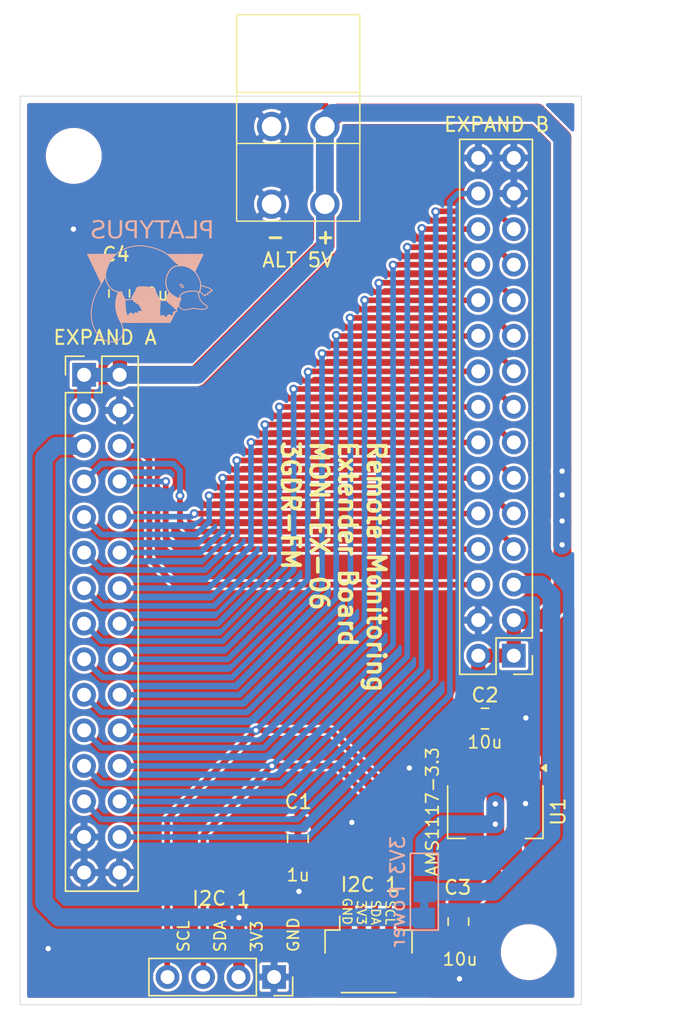
<source format=kicad_pcb>
(kicad_pcb (version 20240108) (generator "pcbnew") (generator_version "8.0")
  (layers (0 "F.Cu" signal) (31 "B.Cu" signal) (34 "B.Paste" user) (35 "F.Paste" user) (36 "B.SilkS" user "B.Silkscreen") (37 "F.SilkS" user "F.Silkscreen") (38 "B.Mask" user) (39 "F.Mask" user) (44 "Edge.Cuts" user))
  (net 0 "")
  (net 1 "GND")
  (net 2 "+3V3")
  (net 3 "+5V")
  (net 4 "/GP14")
  (net 5 "/GP15")
  (net 6 "/GP13")
  (net 7 "/GP11")
  (net 8 "/GP12")
  (net 9 "/GP10")
  (net 10 "/GP7")
  (net 11 "/GP6")
  (net 12 "/GP1")
  (net 13 "/AN_CS3")
  (net 14 "/AN_CS0")
  (net 15 "/AN_CS1")
  (net 16 "/AN_CS2")
  (net 17 "/GP9")
  (net 18 "/GP8")
  (net 19 "/GP17")
  (net 20 "/GP16")
  (net 21 "+3.3VP")
  (net 22 "/SDA0")
  (net 23 "/SCL0")
  (net 24 "/SCK")
  (net 25 "+3.3VA")
  (net 26 "/MOSI")
  (net 27 "/MISO")
  (footprint "Capacitor_SMD:C_0805_2012Metric_Pad1.18x1.45mm_HandSolder" (layer "F.Cu") (at 144.8816 50.673 90)
    (property "Reference" "C4")
    (property "Value" "10u")
  )
  (footprint "Capacitor_SMD:C_0805_2012Metric_Pad1.18x1.45mm_HandSolder" (layer "F.Cu") (at 169.1386 95.5548 -90)
    (property "Reference" "C3")
    (property "Value" "10u")
  )
  (footprint "RP:JST_SH_SM04B-SRSS-TB_1x04-1MP_P1.00mm_Horizontal_wide_MP" (layer "F.Cu") (at 162.7124 97.9424)
    (property "Reference" "CON2" (hide yes))
    (property "Value" "I2C 1")
  )
  (footprint "Package_TO_SOT_SMD:SOT-223-3_TabPin2" (layer "F.Cu") (at 171.7802 87.7062 -90)
    (property "Reference" "U1")
    (property "Value" "AMS1117-3.3")
  )
  (footprint "Connector_PinHeader_2.54mm:PinHeader_2x15_P2.54mm_Vertical" (layer "F.Cu") (at 142.367 56.4896)
    (property "Reference" "J1" (hide yes))
    (property "Value" "EXPAND A")
  )
  (footprint "SamacSys_Parts:OQ0232510000G" (layer "F.Cu") (at 155.7782 44.2976)
    (property "Reference" "J3" (hide yes))
    (property "Value" "ALT 5V")
  )
  (footprint "MountingHole:MountingHole_3.5mm" (layer "F.Cu") (at 141.6304 40.8432)
    (property "Reference" "H1" (hide yes))
    (property "Value" "MountingHole" (hide yes))
  )
  (footprint "Connector_PinSocket_2.54mm:PinSocket_1x04_P2.54mm_Vertical" (layer "F.Cu") (at 155.956 99.5172 -90)
    (property "Reference" "CON1" (hide yes))
    (property "Value" "I2C 1")
  )
  (footprint "MountingHole:MountingHole_3.5mm" (layer "F.Cu") (at 174.1678 97.7392)
    (property "Reference" "H2" (hide yes))
    (property "Value" "MountingHole" (hide yes))
  )
  (footprint "Connector_PinHeader_2.54mm:PinHeader_2x15_P2.54mm_Vertical" (layer "F.Cu") (at 173.101 76.5556 180)
    (property "Reference" "J2" (hide yes))
    (property "Value" "EXPAND B")
  )
  (footprint "Capacitor_SMD:C_0805_2012Metric_Pad1.18x1.45mm_HandSolder" (layer "F.Cu") (at 171.0436 81.0514)
    (property "Reference" "C2")
    (property "Value" "10u")
  )
  (footprint "Capacitor_SMD:C_0805_2012Metric_Pad1.18x1.45mm_HandSolder" (layer "F.Cu") (at 157.6578 89.6366 90)
    (property "Reference" "C1")
    (property "Value" "1u")
  )
  (footprint "SamacSys_Parts:OQ0232510000G" (layer "F.Cu") (at 155.7782 38.7468)
    (property "Reference" "J4" (hide yes))
    (property "Value" "ALT 5V" (hide yes))
  )
  (footprint "RP:SolderJumper-3_P1.3mm_Bridged12_Pad1.5x1.5mm_NumberLabels" (layer "B.Cu") (at 166.7002 93.4212 90)
    (property "Reference" "JP1" (hide yes))
    (property "Value" "3V3 Power")
  )
  (gr_rect (start 144.8816 89.3826) (end 144.9324 89.535) (stroke (width 0.2)) (fill none) (layer "F.Cu") (net 22))
  (gr_poly (pts (xy 149.290684 48.690259) (xy 149.349782 48.693431) (xy 149.409135 48.699165) (xy 149.468617 48.707459) (xy 149.5281 48.71831) (xy 149.587458 48.731714) (xy 149.646566 48.747668) (xy 149.705296 48.766169) (xy 149.763522 48.787213) (xy 149.821118 48.810798) (xy 149.877956 48.83692) (xy 149.933912 48.865577) (xy 149.988858 48.896764) (xy 150.042668 48.930478) (xy 150.095216 48.966718) (xy 150.146375 49.005478) (xy 150.196018 49.046757) (xy 150.244019 49.09055) (xy 150.290253 49.136855) (xy 150.334591 49.185668) (xy 150.376909 49.236987) (xy 150.417079 49.290807) (xy 150.454974 49.347127) (xy 150.49047 49.405942) (xy 150.523439 49.46725) (xy 150.557779 49.536122) (xy 150.589297 49.603436) (xy 150.617693 49.66968) (xy 150.642665 49.735346) (xy 150.663915 49.800923) (xy 150.68114 49.866904) (xy 150.694042 49.933777) (xy 150.702318 50.002035) (xy 150.705669 50.072166) (xy 150.703793 50.144663) (xy 150.696392 50.220014) (xy 150.683163 50.298712) (xy 150.663808 50.381246) (xy 150.638024 50.468106) (xy 150.605512 50.559785) (xy 150.565971 50.656771) (xy 150.560235 50.642666) (xy 150.553831 50.629388) (xy 150.546777 50.616913) (xy 150.539096 50.605219) (xy 150.530806 50.594283) (xy 150.521928 50.584081) (xy 150.512481 50.574592) (xy 150.502487 50.565791) (xy 150.491966 50.557657) (xy 150.480936 50.550166) (xy 150.46942 50.543296) (xy 150.457436 50.537023) (xy 150.432147 50.526178) (xy 150.40523 50.51745) (xy 150.376848 50.510654) (xy 150.347162 50.505609) (xy 150.316331 50.50213) (xy 150.284519 50.500035) (xy 150.251886 50.499141) (xy 150.218593 50.499264) (xy 150.150674 50.501834) (xy 150.054633 50.509059) (xy 149.964364 50.517697) (xy 149.879717 50.527873) (xy 149.800541 50.53971) (xy 149.726686 50.553334) (xy 149.658003 50.568869) (xy 149.625553 50.577392) (xy 149.59434 50.586439) (xy 149.564344 50.596026) (xy 149.535547 50.606169) (xy 149.50793 50.616883) (xy 149.481475 50.628183) (xy 149.456162 50.640086) (xy 149.431972 50.652606) (xy 149.408888 50.665759) (xy 149.38689 50.679561) (xy 149.365959 50.694028) (xy 149.346076 50.709175) (xy 149.327224 50.725017) (xy 149.309382 50.74157) (xy 149.292533 50.758849) (xy 149.276657 50.776871) (xy 149.261735 50.795651) (xy 149.24775 50.815204) (xy 149.234682 50.835546) (xy 149.222512 50.856692) (xy 149.217522 50.862989) (xy 149.213322 50.869235) (xy 149.209878 50.875436) (xy 149.207159 50.881599) (xy 149.205133 50.887731) (xy 149.203767 50.893838) (xy 149.20303 50.899928) (xy 149.202889 50.906008) (xy 149.203312 50.912084) (xy 149.204268 50.918163) (xy 149.205724 50.924252) (xy 149.207648 50.930358) (xy 149.210008 50.936488) (xy 149.212773 50.942649) (xy 149.219385 50.955089) (xy 149.227229 50.967734) (xy 149.236047 50.98064) (xy 149.255583 51.00745) (xy 149.265786 51.021465) (xy 149.275939 51.035959) (xy 149.285784 51.050988) (xy 149.295064 51.066607) (xy 149.218645 51.04466) (xy 149.145555 51.02103) (xy 149.075737 50.995776) (xy 149.009133 50.968959) (xy 148.945686 50.940637) (xy 148.88534 50.91087) (xy 148.828035 50.879718) (xy 148.773717 50.84724) (xy 148.722326 50.813495) (xy 148.673806 50.778543) (xy 148.6281 50.742443) (xy 148.58515 50.705256) (xy 148.5449 50.667039) (xy 148.507291 50.627854) (xy 148.472266 50.587759) (xy 148.439769 50.546813) (xy 148.409742 50.505078) (xy 148.382128 50.46261) (xy 148.356869 50.419471) (xy 148.333908 50.37572) (xy 148.313188 50.331416) (xy 148.294652 50.286619) (xy 148.278242 50.241388) (xy 148.263902 50.195783) (xy 148.241199 50.103687) (xy 148.226086 50.010808) (xy 148.218104 49.917621) (xy 148.216795 49.824603) (xy 148.216794 49.824603) (xy 148.218815 49.778767) (xy 148.222498 49.733138) (xy 148.22779 49.687775) (xy 148.234638 49.642739) (xy 148.242989 49.598088) (xy 148.252788 49.553884) (xy 148.263984 49.510185) (xy 148.276523 49.467053) (xy 148.290353 49.424547) (xy 148.305419 49.382726) (xy 148.321668 49.341652) (xy 148.339049 49.301383) (xy 148.357506 49.26198) (xy 148.376988 49.223503) (xy 148.397442 49.186011) (xy 148.418813 49.149564) (xy 148.441049 49.114224) (xy 148.464097 49.080048) (xy 148.487903 49.047098) (xy 148.512415 49.015434) (xy 148.537579 48.985114) (xy 148.563342 48.9562) (xy 148.589652 48.928751) (xy 148.616454 48.902827) (xy 148.643696 48.878489) (xy 148.671325 48.855795) (xy 148.699287 48.834806) (xy 148.727529 48.815582) (xy 148.755999 48.798182) (xy 148.784642 48.782668) (xy 148.813407 48.769098) (xy 148.842239 48.757533) (xy 148.894748 48.740086) (xy 148.948523 48.725228) (xy 149.003438 48.712956) (xy 149.059367 48.703265) (xy 149.116182 48.696153) (xy 149.173757 48.691617) (xy 149.231967 48.689653)) (stroke (width 0.066145) (color 0 255 0 1)) (fill none) (layer "B.SilkS"))
  (gr_poly (pts (xy 144.64814 47.86851) (xy 144.648132 47.86851) (xy 144.64814 47.868503)) (stroke (width 0.053477) (color 155 102 87 1)) (fill solid) (layer "B.SilkS"))
  (gr_poly (pts (xy 143.90895 49.52292) (xy 143.926656 49.631832) (xy 143.95112 49.736521) (xy 143.982226 49.836693) (xy 144.019857 49.932052) (xy 144.063899 50.022303) (xy 144.114236 50.107149) (xy 144.170751 50.186296) (xy 144.20129 50.22364) (xy 144.23333 50.259448) (xy 144.266858 50.293683) (xy 144.301857 50.326309) (xy 144.338315 50.357289) (xy 144.376217 50.386585) (xy 144.415547 50.41416) (xy 144.456292 50.439979) (xy 144.498438 50.464003) (xy 144.541969 50.486196) (xy 144.586872 50.50652) (xy 144.633132 50.52494) (xy 144.680734 50.541418) (xy 144.729664 50.555916) (xy 144.779907 50.568399) (xy 144.83145 50.578829) (xy 144.831449 50.578837) (xy 144.79452 50.664011) (xy 144.761709 50.7483) (xy 144.70786 50.914085) (xy 144.668736 51.07592) (xy 144.643168 51.233535) (xy 144.629991 51.386659) (xy 144.628035 51.53502) (xy 144.636134 51.678347) (xy 144.653119 51.81637) (xy 144.677825 51.948818) (xy 144.709082 52.075419) (xy 144.745724 52.195903) (xy 144.786584 52.309999) (xy 144.830493 52.417435) (xy 144.876284 52.517941) (xy 144.968843 52.697077) (xy 145.00061 52.757702) (xy 145.03314 52.825952) (xy 145.064972 52.900864) (xy 145.094642 52.981478) (xy 145.120687 53.066832) (xy 145.141646 53.155963) (xy 145.156055 53.247911) (xy 145.160346 53.294641) (xy 145.162451 53.341714) (xy 145.162187 53.389011) (xy 145.159372 53.43641) (xy 145.153822 53.483793) (xy 145.145355 53.531038) (xy 145.133788 53.578026) (xy 145.118938 53.624636) (xy 145.100621 53.670748) (xy 145.078656 53.716242) (xy 145.05286 53.760998) (xy 145.023049 53.804895) (xy 144.989041 53.847814) (xy 144.950653 53.889634) (xy 144.907702 53.930234) (xy 144.860005 53.969496) (xy 144.807379 54.007298) (xy 144.749642 54.04352) (xy 144.71478 54.062455) (xy 144.678648 54.079085) (xy 144.641335 54.093454) (xy 144.60293 54.105607) (xy 144.563523 54.115587) (xy 144.523205 54.123437) (xy 144.482063 54.129203) (xy 144.440188 54.132926) (xy 144.397668 54.134652) (xy 144.354595 54.134425) (xy 144.267143 54.128283) (xy 144.178548 54.114852) (xy 144.089525 54.094482) (xy 144.000791 54.067525) (xy 143.913061 54.03433) (xy 143.827052 53.995248) (xy 143.74348 53.95063) (xy 143.66306 53.900826) (xy 143.58651 53.846188) (xy 143.514544 53.787066) (xy 143.447878 53.723811) (xy 143.398308 53.670572) (xy 143.351327 53.615299) (xy 143.30689 53.558127) (xy 143.264947 53.499189) (xy 143.18836 53.376557) (xy 143.121187 53.248485) (xy 143.063052 53.11605) (xy 143.013577 52.980333) (xy 142.972382 52.842412) (xy 142.939092 52.703367) (xy 142.913327 52.564276) (xy 142.89471 52.42622) (xy 142.882864 52.290277) (xy 142.87741 52.157526) (xy 142.87797 52.029047) (xy 142.884167 51.905919) (xy 142.895623 51.789221) (xy 142.911959 51.680033) (xy 142.959231 51.450952) (xy 143.013258 51.240044) (xy 143.073002 51.045906) (xy 143.137427 50.867136) (xy 143.205496 50.702331) (xy 143.276172 50.550089) (xy 143.348416 50.409007) (xy 143.421193 50.277684) (xy 143.696882 49.821919) (xy 143.756763 49.718348) (xy 143.810954 49.61612) (xy 143.858417 49.513832) (xy 143.898116 49.410082)) (stroke (width 0.066145) (color 0 255 0 1)) (fill none) (layer "B.SilkS"))
  (gr_poly (pts (xy 146.674644 50.199608) (xy 146.770452 50.206361) (xy 146.86561 50.216457) (xy 146.958805 50.229393) (xy 147.04872 50.244669) (xy 147.134039 50.261782) (xy 147.213448 50.280231) (xy 147.285632 50.299515) (xy 147.349274 50.319131) (xy 147.403059 50.338579) (xy 147.445672 50.357356) (xy 147.447486 50.388715) (xy 147.450539 50.419104) (xy 147.454766 50.448579) (xy 147.460099 50.477196) (xy 147.466474 50.505011) (xy 147.473824 50.53208) (xy 147.482083 50.558458) (xy 147.491185 50.584201) (xy 147.511655 50.634008) (xy 147.534705 50.681947) (xy 147.559808 50.728465) (xy 147.586436 50.774008) (xy 147.642155 50.863961) (xy 147.670189 50.909264) (xy 147.697636 50.955381) (xy 147.723968 51.002758) (xy 147.748657 51.051843) (xy 147.771175 51.103083) (xy 147.781455 51.12965) (xy 147.790994 51.156924) (xy 147.7918 51.157088) (xy 147.792542 51.157218) (xy 147.793239 51.157325) (xy 147.793914 51.157421) (xy 147.794588 51.157516) (xy 147.795281 51.157624) (xy 147.796016 51.157756) (xy 147.796812 51.157923) (xy 147.80408 51.202456) (xy 147.809036 51.248131) (xy 147.811926 51.294687) (xy 147.812995 51.341865) (xy 147.812491 51.389404) (xy 147.810658 51.437044) (xy 147.803993 51.531587) (xy 147.785555 51.710436) (xy 147.777719 51.790578) (xy 147.775008 51.827418) (xy 147.77343 51.861758) (xy 147.773477 51.895861) (xy 147.774508 51.93217) (xy 147.776449 51.970076) (xy 147.779228 52.008971) (xy 147.78277 52.048248) (xy 147.787001 52.087298) (xy 147.791849 52.125513) (xy 147.797239 52.162287) (xy 147.803099 52.197011) (xy 147.809354 52.229077) (xy 147.815931 52.257877) (xy 147.822756 52.282804) (xy 147.829756 52.30325) (xy 147.836857 52.318607) (xy 147.840422 52.324187) (xy 147.843986 52.328267) (xy 147.847537 52.33077) (xy 147.851068 52.331622) (xy 147.855469 52.332428) (xy 147.859769 52.332536) (xy 147.863985 52.331993) (xy 147.868134 52.330848) (xy 147.872234 52.329148) (xy 147.876301 52.326942) (xy 147.880351 52.324277) (xy 147.884403 52.321202) (xy 147.892579 52.314014) (xy 147.900962 52.30576) (xy 147.918896 52.287595) (xy 147.928719 52.278452) (xy 147.933904 52.274034) (xy 147.939293 52.269782) (xy 147.944905 52.265744) (xy 147.950755 52.261968) (xy 147.956861 52.258502) (xy 147.963239 52.255394) (xy 147.969908 52.252693) (xy 147.976883 52.250446) (xy 147.984181 52.248701) (xy 147.991821 52.247507) (xy 147.999818 52.246911) (xy 148.008189 52.246961) (xy 148.016952 52.247706) (xy 148.026124 52.249194) (xy 148.035617 52.251334) (xy 148.044873 52.253983) (xy 148.0539 52.257109) (xy 148.06271 52.26068) (xy 148.071313 52.264662) (xy 148.07972 52.269024) (xy 148.087941 52.273732) (xy 148.095986 52.278755) (xy 148.103867 52.28406) (xy 148.111594 52.289614) (xy 148.126626 52.30134) (xy 148.141167 52.313674) (xy 148.155302 52.326355) (xy 148.182688 52.351722) (xy 148.196107 52.363887) (xy 148.209456 52.37536) (xy 148.22282 52.385882) (xy 148.229533 52.390704) (xy 148.236281 52.395192) (xy 148.243075 52.399311) (xy 148.249925 52.40303) (xy 148.256842 52.406316) (xy 148.263836 52.409136) (xy 148.270097 52.407966) (xy 148.275778 52.4059) (xy 148.28093 52.402993) (xy 148.285605 52.399301) (xy 148.289853 52.39488) (xy 148.293724 52.389786) (xy 148.29727 52.384075) (xy 148.300542 52.377803) (xy 148.306465 52.363797) (xy 148.311901 52.348217) (xy 148.322937 52.31412) (xy 148.329351 52.296496) (xy 148.336905 52.279085) (xy 148.341236 52.270599) (xy 148.346005 52.262334) (xy 148.351263 52.254345) (xy 148.357059 52.246689) (xy 148.363446 52.239421) (xy 148.370473 52.232597) (xy 148.378192 52.226273) (xy 148.386654 52.220506) (xy 148.39591 52.21535) (xy 148.406009 52.210862) (xy 148.417004 52.207097) (xy 148.428945 52.204111) (xy 148.435601 52.203312) (xy 148.442876 52.203225) (xy 148.450727 52.203799) (xy 148.459114 52.204985) (xy 148.477332 52.208993) (xy 148.497199 52.214849) (xy 148.518385 52.222156) (xy 148.54056 52.230513) (xy 148.58656 52.248783) (xy 148.632559 52.266466) (xy 148.654734 52.27409) (xy 148.675919 52.280371) (xy 148.695785 52.284909) (xy 148.70512 52.286399) (xy 148.714001 52.287305) (xy 148.722388 52.287575) (xy 148.730239 52.28716) (xy 148.737513 52.28601) (xy 148.744168 52.284075) (xy 148.747521 52.282329) (xy 148.750116 52.279917) (xy 148.752016 52.27686) (xy 148.753284 52.273179) (xy 148.753984 52.268897) (xy 148.754179 52.264034) (xy 148.753306 52.252652) (xy 148.742257 52.188205) (xy 148.740136 52.168223) (xy 148.739283 52.147035) (xy 148.740204 52.124816) (xy 148.741488 52.113372) (xy 148.743405 52.101735) (xy 148.746019 52.089926) (xy 148.749392 52.077966) (xy 148.753589 52.065877) (xy 148.758672 52.05368) (xy 148.764704 52.041397) (xy 148.771749 52.029049) (xy 148.779871 52.016657) (xy 148.789131 52.004244) (xy 148.792519 52.000287) (xy 148.795972 51.996546) (xy 148.799487 51.993016) (xy 148.803061 51.98969) (xy 148.80669 51.986564) (xy 148.810372 51.98363) (xy 148.817882 51.978319) (xy 148.825566 51.97371) (xy 148.8334 51.969756) (xy 148.841358 51.966411) (xy 148.849418 51.963626) (xy 148.857553 51.961356) (xy 148.86574 51.959553) (xy 148.873954 51.958171) (xy 148.882171 51.957163) (xy 148.890366 51.956481) (xy 148.898515 51.956079) (xy 148.906594 51.95591) (xy 148.914577 51.955927) (xy 148.818068 52.156168) (xy 148.527258 52.753291) (xy 144.996388 52.754427) (xy 144.893207 52.558698) (xy 144.841334 52.452014) (xy 144.815957 52.394903) (xy 144.791193 52.334682) (xy 144.767222 52.270905) (xy 144.744224 52.203125) (xy 144.722379 52.130894) (xy 144.701867 52.053767) (xy 144.682867 51.971295) (xy 144.665561 51.883031) (xy 144.650127 51.788529) (xy 144.636746 51.687342) (xy 144.631553 51.635014) (xy 144.628198 51.582778) (xy 144.626571 51.530737) (xy 144.626561 51.478993) (xy 144.628059 51.42765) (xy 144.630955 51.37681) (xy 144.63514 51.326577) (xy 144.640505 51.277053) (xy 144.654332 51.180545) (xy 144.67156 51.08811) (xy 144.691311 51.00057) (xy 144.712707 50.918749) (xy 144.734872 50.843471) (xy 144.756929 50.775558) (xy 144.777998 50.715835) (xy 144.797205 50.665124) (xy 144.826517 50.594033) (xy 144.837848 50.568873) (xy 144.867388 50.572393) (xy 144.896106 50.574509) (xy 144.92459 50.575303) (xy 144.953428 50.574854) (xy 144.983206 50.573244) (xy 145.014513 50.570553) (xy 145.047935 50.566862) (xy 145.084061 50.56225) (xy 145.083521 50.581691) (xy 145.084142 50.601165) (xy 145.085852 50.620656) (xy 145.08858 50.640143) (xy 145.092253 50.659611) (xy 145.0968 50.67904) (xy 145.102149 50.698413) (xy 145.108229 50.717712) (xy 145.122294 50.756015) (xy 145.13842 50.793805) (xy 145.156034 50.830938) (xy 145.174563 50.867271) (xy 145.246354 51.001713) (xy 145.260852 51.031882) (xy 145.272823 51.060387) (xy 145.281694 51.087083) (xy 145.284787 51.099708) (xy 145.28689 51.111826) (xy 145.296244 51.232802) (xy 145.304458 51.39157) (xy 145.314917 51.57293) (xy 145.331005 51.761681) (xy 145.342216 51.854077) (xy 145.356103 51.94262) (xy 145.373089 52.02541) (xy 145.393596 52.100546) (xy 145.405303 52.134651) (xy 145.418049 52.166129) (xy 145.431886 52.194744) (xy 145.446868 52.220258) (xy 145.463048 52.242434) (xy 145.480479 52.261034) (xy 145.499212 52.27582) (xy 145.519302 52.286555) (xy 145.523 52.287393) (xy 145.526603 52.287136) (xy 145.530133 52.285845) (xy 145.533612 52.283583) (xy 145.537063 52.280411) (xy 145.540506 52.276391) (xy 145.547461 52.266054) (xy 145.55465 52.253066) (xy 145.562252 52.237921) (xy 145.579391 52.203141) (xy 145.58928 52.184493) (xy 145.600282 52.165665) (xy 145.612574 52.147153) (xy 145.619259 52.13817) (xy 145.626331 52.12945) (xy 145.633814 52.121057) (xy 145.641729 52.113051) (xy 145.650098 52.105494) (xy 145.658943 52.098449) (xy 145.668286 52.091977) (xy 145.678149 52.08614) (xy 145.688554 52.080999) (xy 145.699522 52.076617) (xy 145.710861 52.073437) (xy 145.721896 52.071798) (xy 145.732629 52.0716) (xy 145.743066 52.072742) (xy 145.753209 52.075125) (xy 145.763062 52.078649) (xy 145.772629 52.083215) (xy 145.781913 52.088722) (xy 145.790919 52.095072) (xy 145.79965 52.102163) (xy 145.808109 52.109897) (xy 145.816301 52.118174) (xy 145.831896 52.135956) (xy 145.846465 52.154712) (xy 145.895069 52.223513) (xy 145.904949 52.235167) (xy 145.909569 52.239614) (xy 145.913981 52.243007) (xy 145.918187 52.245247) (xy 145.922192 52.246234) (xy 145.926 52.245869) (xy 145.929614 52.244051) (xy 145.932131 52.241996) (xy 145.934536 52.239146) (xy 145.93685 52.235555) (xy 145.939092 52.231279) (xy 145.943441 52.220887) (xy 145.947746 52.208405) (xy 145.956869 52.178914) (xy 145.962009 52.162776) (xy 145.967749 52.14629) (xy 145.974252 52.129892) (xy 145.981679 52.114017) (xy 145.985789 52.106412) (xy 145.990191 52.099102) (xy 145.994904 52.092139) (xy 145.999949 52.08558) (xy 146.005345 52.079478) (xy 146.011114 52.073888) (xy 146.017275 52.068865) (xy 146.023848 52.064462) (xy 146.030854 52.060735) (xy 146.038313 52.057737) (xy 146.046245 52.055523) (xy 146.054669 52.054148) (xy 146.063053 52.05386) (xy 146.071315 52.054366) (xy 146.079451 52.05561) (xy 146.087455 52.057536) (xy 146.095324 52.060088) (xy 146.103053 52.06321) (xy 146.110638 52.066847) (xy 146.118072 52.070942) (xy 146.125353 52.07544) (xy 146.132476 52.080285) (xy 146.139435 52.085422) (xy 146.146227 52.090793) (xy 146.15929 52.102018) (xy 146.171626 52.113514) (xy 146.193976 52.135533) (xy 146.203916 52.145161) (xy 146.212984 52.153274) (xy 146.217179 52.156622) (xy 146.221143 52.159424) (xy 146.22487 52.161623) (xy 146.228356 52.163165) (xy 146.231596 52.163992) (xy 146.234587 52.164049) (xy 146.237322 52.163281) (xy 146.239799 52.161631) (xy 146.240603 52.158418) (xy 146.24116 52.154439) (xy 146.241658 52.144395) (xy 146.24106 52.117466) (xy 146.239998 52.08427) (xy 146.239915 52.066392) (xy 146.240462 52.048232) (xy 146.241889 52.030219) (xy 146.244445 52.012781) (xy 146.246223 52.004411) (xy 146.248378 51.996345) (xy 146.250938 51.988637) (xy 146.253937 51.98134) (xy 146.257404 51.974509) (xy 146.261372 51.968195) (xy 146.26587 51.962454) (xy 146.270931 51.957338) (xy 146.276585 51.952902) (xy 146.282863 51.949197) (xy 146.289797 51.946279) (xy 146.297418 51.944201) (xy 146.305498 51.94311) (xy 146.313772 51.942616) (xy 146.322214 51.942673) (xy 146.330799 51.943235) (xy 146.339502 51.944253) (xy 146.348296 51.945683) (xy 146.357156 51.947477) (xy 146.366056 51.949588) (xy 146.383874 51.954577) (xy 146.401546 51.960276) (xy 146.435629 51.972309) (xy 146.451629 51.977898) (xy 146.466662 51.982703) (xy 146.480522 51.986352) (xy 146.486949 51.987626) (xy 146.493005 51.98847) (xy 146.498666 51.988839) (xy 146.503905 51.988685) (xy 146.508697 51.987962) (xy 146.513017 51.986624) (xy 146.516838 51.984622) (xy 146.520135 51.981912) (xy 146.522883 51.978446) (xy 146.525055 51.974177) (xy 146.526034 51.961584) (xy 146.524339 51.943021) (xy 146.520049 51.919193) (xy 146.513245 51.890807) (xy 146.504008 51.85857) (xy 146.492418 51.823188) (xy 146.478557 51.785368) (xy 146.462504 51.745817) (xy 146.44434 51.70524) (xy 146.424146 51.664345) (xy 146.402002 51.623837) (xy 146.37799 51.584425) (xy 146.352189 51.546814) (xy 146.32468 51.51171) (xy 146.295545 51.479821) (xy 146.280392 51.465303) (xy 146.264862 51.451853) (xy 146.232509 51.426117) (xy 146.199408 51.401288) (xy 146.165809 51.37722) (xy 146.131962 51.353767) (xy 145.999066 51.263172) (xy 145.967711 51.240597) (xy 145.937602 51.217758) (xy 145.908988 51.194509) (xy 145.882118 51.170704) (xy 145.857241 51.146197) (xy 145.834606 51.12084) (xy 145.824207 51.107798) (xy 145.814462 51.094489) (xy 145.805403 51.080894) (xy 145.797059 51.066996) (xy 145.793613 51.067981) (xy 145.790022 51.068889) (xy 145.786328 51.069743) (xy 145.782571 51.070566) (xy 145.775034 51.072201) (xy 145.771336 51.073057) (xy 145.767739 51.073969) (xy 145.784908 51.069195) (xy 145.793528 51.066826) (xy 145.802103 51.064547) (xy 145.799515 51.047302) (xy 145.798727 51.029758) (xy 145.799647 51.011892) (xy 145.802185 50.993684) (xy 145.806248 50.975111) (xy 145.811747 50.956152) (xy 145.826686 50.916992) (xy 145.846271 50.87603) (xy 145.869774 50.833094) (xy 145.925614 50.740615) (xy 145.988374 50.638179) (xy 146.020526 50.582797) (xy 146.05222 50.524409) (xy 146.082727 50.462844) (xy 146.111317 50.39793) (xy 146.137262 50.329494) (xy 146.159833 50.257365) (xy 146.194884 50.244623) (xy 146.231911 50.233531) (xy 146.311232 50.216049) (xy 146.396481 50.204417) (xy 146.486343 50.198134) (xy 146.579503 50.196698)) (stroke (width 0.053477) (color 155 102 87 1)) (fill solid) (layer "B.SilkS"))
  (gr_poly (pts (xy 150.202268 50.502524) (xy 150.287377 50.508559) (xy 150.365827 50.519328) (xy 150.383805 50.522725) (xy 150.400701 50.52636) (xy 150.416549 50.530235) (xy 150.431383 50.534354) (xy 150.445234 50.538721) (xy 150.458135 50.543338) (xy 150.470121 50.548208) (xy 150.481223 50.553335) (xy 150.491475 50.558722) (xy 150.50091 50.564372) (xy 150.509561 50.570289) (xy 150.51746 50.576475) (xy 150.524641 50.582934) (xy 150.531136 50.589668) (xy 150.53698 50.596682) (xy 150.542204 50.603979) (xy 150.546841 50.61156) (xy 150.550925 50.619431) (xy 150.554489 50.627593) (xy 150.557566 50.636051) (xy 150.560188 50.644807) (xy 150.562388 50.653864) (xy 150.565657 50.672897) (xy 150.567636 50.693174) (xy 150.568588 50.714721) (xy 150.568779 50.737564) (xy 150.568471 50.761729) (xy 150.56891 50.796165) (xy 150.573035 50.834449) (xy 150.58084 50.876034) (xy 150.592316 50.920377) (xy 150.607458 50.96693) (xy 150.626257 51.015148) (xy 150.648706 51.064487) (xy 150.674798 51.1144) (xy 150.704525 51.164343) (xy 150.73788 51.213769) (xy 150.774856 51.262134) (xy 150.815445 51.308892) (xy 150.85964 51.353497) (xy 150.883088 51.374822) (xy 150.907434 51.395404) (xy 150.932679 51.415176) (xy 150.95882 51.434068) (xy 150.985857 51.452013) (xy 151.013789 51.468943) (xy 151.01379 51.468943) (xy 151.013791 51.468944) (xy 151.013791 51.468945) (xy 151.013792 51.468945) (xy 151.013793 51.468947) (xy 151.013793 51.468948) (xy 151.013794 51.468949) (xy 151.013795 51.468949) (xy 151.013795 51.46895) (xy 151.013796 51.46895) (xy 151.013796 51.468951) (xy 151.013797 51.468951) (xy 151.049111 51.490854) (xy 151.079623 51.512485) (xy 151.105471 51.53379) (xy 151.126792 51.554716) (xy 151.143725 51.57521) (xy 151.156408 51.595219) (xy 151.164977 51.61469) (xy 151.169572 51.63357) (xy 151.17033 51.651806) (xy 151.167389 51.669344) (xy 151.160886 51.686132) (xy 151.15096 51.702117) (xy 151.137749 51.717245) (xy 151.12139 51.731463) (xy 151.102022 51.744719) (xy 151.079782 51.756958) (xy 151.054808 51.768129) (xy 151.027238 51.778178) (xy 150.964861 51.794697) (xy 150.893755 51.806092) (xy 150.815023 51.811936) (xy 150.729767 51.811807) (xy 150.639091 51.805279) (xy 150.544099 51.791927) (xy 150.445892 51.771326) (xy 150.414481 51.76413) (xy 150.38403 51.757969) (xy 150.354515 51.752796) (xy 150.325914 51.748565) (xy 150.298203 51.745226) (xy 150.271359 51.742733) (xy 150.245361 51.741038) (xy 150.220184 51.740093) (xy 150.195806 51.739851) (xy 150.172204 51.740265) (xy 150.127237 51.742866) (xy 150.085099 51.747518) (xy 150.045607 51.753839) (xy 150.008577 51.761448) (xy 149.973827 51.769965) (xy 149.941173 51.779009) (xy 149.910432 51.7882) (xy 149.853957 51.805497) (xy 149.827855 51.812843) (xy 149.802934 51.818812) (xy 149.769411 51.825049) (xy 149.735522 51.830524) (xy 149.70137 51.835063) (xy 149.667055 51.838489) (xy 149.632683 51.840627) (xy 149.598354 51.841301) (xy 149.564172 51.840334) (xy 149.530239 51.837552) (xy 149.496658 51.832779) (xy 149.463531 51.825839) (xy 149.430962 51.816556) (xy 149.399051 51.804754) (xy 149.383376 51.797853) (xy 149.367904 51.790258) (xy 149.352648 51.781944) (xy 149.33762 51.772891) (xy 149.322835 51.763077) (xy 149.308305 51.752479) (xy 149.294042 51.741076) (xy 149.280059 51.728846) (xy 149.259674 51.70979) (xy 149.241168 51.691019) (xy 149.224489 51.672496) (xy 149.209582 51.654183) (xy 149.196391 51.636045) (xy 149.184863 51.618044) (xy 149.174943 51.600142) (xy 149.166576 51.582303) (xy 149.159708 51.56449) (xy 149.154285 51.546665) (xy 149.150251 51.528792) (xy 149.147553 51.510833) (xy 149.146135 51.492751) (xy 149.145944 51.47451) (xy 149.146925 51.456072) (xy 149.149023 51.4374) (xy 149.152184 51.418458) (xy 149.156353 51.399207) (xy 149.167498 51.359634) (xy 149.182021 51.318384) (xy 149.199488 51.275161) (xy 149.241505 51.18161) (xy 149.290059 51.076609) (xy 149.291818 51.071739) (xy 149.292899 51.066966) (xy 149.293344 51.062285) (xy 149.293192 51.05769) (xy 149.292485 51.053175) (xy 149.291264 51.048735) (xy 149.289569 51.044365) (xy 149.287441 51.040059) (xy 149.284921 51.035811) (xy 149.28205 51.031617) (xy 149.278868 51.02747) (xy 149.275416 51.023365) (xy 149.267866 51.01526) (xy 149.259726 51.007258) (xy 149.242981 50.991385) (xy 149.235028 50.983427) (xy 149.227789 50.975395) (xy 149.22454 50.971338) (xy 149.221591 50.967247) (xy 149.218985 50.963115) (xy 149.216761 50.958938) (xy 149.21496 50.954709) (xy 149.213623 50.950423) (xy 149.212791 50.946076) (xy 149.212505 50.94166) (xy 149.215125 50.908369) (xy 149.221912 50.876434) (xy 149.232665 50.845848) (xy 149.247183 50.816607) (xy 149.265265 50.788703) (xy 149.28671 50.762132) (xy 149.311317 50.736887) (xy 149.338885 50.712962) (xy 149.369211 50.690351) (xy 149.402097 50.669048) (xy 149.474738 50.630343) (xy 149.5552 50.5968) (xy 149.641874 50.568371) (xy 149.733151 50.545009) (xy 149.827421 50.526665) (xy 149.923077 50.513292) (xy 150.01851 50.504842) (xy 150.11211 50.501269)) (stroke (width 0.066145) (color 0 255 0 1)) (fill none) (layer "B.SilkS"))
  (gr_poly (pts (xy 147.85009 51.162892) (xy 147.906698 51.171683) (xy 147.960198 51.179243) (xy 147.986213 51.182187) (xy 148.011968 51.184372) (xy 148.037635 51.18565) (xy 148.063387 51.18587) (xy 148.089394 51.184882) (xy 148.115831 51.182536) (xy 148.142869 51.178682) (xy 148.170679 51.17317) (xy 148.199436 51.165851) (xy 148.22931 51.156573) (xy 148.270671 51.200776) (xy 148.321319 51.250265) (xy 148.443291 51.361177) (xy 148.71966 51.603267) (xy 148.845326 51.718748) (xy 148.898744 51.771664) (xy 148.943491 51.820056) (xy 148.977772 51.862942) (xy 148.990427 51.882013) (xy 148.999791 51.899341) (xy 149.005641 51.914802) (xy 149.007752 51.928273) (xy 149.0059 51.939632) (xy 148.99986 51.948756) (xy 148.996573 51.951538) (xy 148.992825 51.953821) (xy 148.988641 51.95565) (xy 148.984043 51.957067) (xy 148.979055 51.958117) (xy 148.973699 51.958842) (xy 148.961981 51.959493) (xy 148.905105 51.957815) (xy 148.889319 51.958063) (xy 148.87328 51.959274) (xy 148.865225 51.96035) (xy 148.857176 51.961796) (xy 148.849157 51.963657) (xy 148.841192 51.965976) (xy 148.833304 51.968797) (xy 148.825516 51.972163) (xy 148.817852 51.976117) (xy 148.810335 51.980703) (xy 148.802988 51.985964) (xy 148.795835 51.991944) (xy 148.7889 51.998687) (xy 148.782204 52.006235) (xy 148.772944 52.018649) (xy 148.764823 52.03104) (xy 148.757777 52.043389) (xy 148.751743 52.055673) (xy 148.746659 52.067872) (xy 148.742461 52.079962) (xy 148.739085 52.091924) (xy 148.736469 52.103735) (xy 148.734549 52.115374) (xy 148.733263 52.126819) (xy 148.732336 52.149044) (xy 148.733183 52.170236) (xy 148.735297 52.190223) (xy 148.746321 52.254688) (xy 148.747189 52.266073) (xy 148.746992 52.270938) (xy 148.746291 52.275222) (xy 148.745021 52.278903) (xy 148.74312 52.281961) (xy 148.740525 52.284374) (xy 148.737172 52.28612) (xy 148.730516 52.288055) (xy 148.723242 52.289205) (xy 148.715391 52.28962) (xy 148.707004 52.289349) (xy 148.698122 52.288444) (xy 148.688787 52.286953) (xy 148.668921 52.282416) (xy 148.647735 52.276135) (xy 148.62556 52.268511) (xy 148.57956 52.250827) (xy 148.533561 52.232558) (xy 148.511386 52.224201) (xy 148.4902 52.216894) (xy 148.470333 52.211037) (xy 148.452116 52.20703) (xy 148.443728 52.205844) (xy 148.435877 52.205269) (xy 148.428603 52.205357) (xy 148.421947 52.206156) (xy 148.410006 52.209141) (xy 148.399012 52.212905) (xy 148.388912 52.217392) (xy 148.379656 52.222546) (xy 148.371194 52.228311) (xy 148.363475 52.234632) (xy 148.356447 52.241452) (xy 148.35006 52.248717) (xy 148.344263 52.256369) (xy 148.339005 52.264354) (xy 148.334236 52.272614) (xy 148.329904 52.281096) (xy 148.322349 52.298497) (xy 148.315934 52.316111) (xy 148.304896 52.350189) (xy 148.299459 52.36576) (xy 148.293535 52.379757) (xy 148.290264 52.386026) (xy 148.286717 52.391734) (xy 148.282846 52.396825) (xy 148.278598 52.401243) (xy 148.273924 52.404933) (xy 148.268771 52.407839) (xy 148.26309 52.409904) (xy 148.25683 52.411074) (xy 148.249836 52.408253) (xy 148.24292 52.404967) (xy 148.23607 52.401249) (xy 148.229277 52.397129) (xy 148.222529 52.392642) (xy 148.215817 52.38782) (xy 148.202456 52.377298) (xy 148.18911 52.365825) (xy 148.175694 52.35366) (xy 148.148316 52.328294) (xy 148.134186 52.315613) (xy 148.119648 52.30328) (xy 148.10462 52.291554) (xy 148.096895 52.286) (xy 148.089016 52.280696) (xy 148.080972 52.275674) (xy 148.072752 52.270966) (xy 148.064347 52.266605) (xy 148.055744 52.262623) (xy 148.046935 52.259053) (xy 148.037909 52.255927) (xy 148.028654 52.253278) (xy 148.01916 52.251139) (xy 148.009988 52.249652) (xy 148.001225 52.248907) (xy 147.992852 52.248857) (xy 147.984854 52.249454) (xy 147.977213 52.250649) (xy 147.969912 52.252395) (xy 147.962935 52.254643) (xy 147.956264 52.257346) (xy 147.949883 52.260455) (xy 147.943774 52.263922) (xy 147.937921 52.2677) (xy 147.932307 52.271739) (xy 147.926914 52.275993) (xy 147.921726 52.280413) (xy 147.911897 52.28956) (xy 147.893949 52.307732) (xy 147.88556 52.315988) (xy 147.87738 52.32318) (xy 147.873325 52.326256) (xy 147.869273 52.328922) (xy 147.865204 52.331129) (xy 147.861103 52.33283) (xy 147.856953 52.333975) (xy 147.852736 52.334519) (xy 147.848436 52.334411) (xy 147.844035 52.333605) (xy 147.844027 52.333598) (xy 147.840496 52.332746) (xy 147.836945 52.330243) (xy 147.833383 52.326164) (xy 147.829818 52.320585) (xy 147.822721 52.305231) (xy 147.815727 52.284789) (xy 147.808908 52.259866) (xy 147.802339 52.23107) (xy 147.796092 52.199009) (xy 147.79024 52.16429) (xy 147.784858 52.127521) (xy 147.780018 52.08931) (xy 147.775794 52.050265) (xy 147.772259 52.010992) (xy 147.769486 51.972101) (xy 147.767548 51.934197) (xy 147.766519 51.89789) (xy 147.766473 51.863787) (xy 147.768072 51.829158) (xy 147.770825 51.791985) (xy 147.778785 51.711075) (xy 147.797432 51.530484) (xy 147.804074 51.435078) (xy 147.805839 51.387032) (xy 147.806231 51.339115) (xy 147.804995 51.291593) (xy 147.80188 51.244733) (xy 147.796631 51.198803) (xy 147.788997 51.15407)) (stroke (width 0.066145) (color 0 255 0 1)) (fill none) (layer "B.SilkS"))
  (gr_poly (pts (xy 150.282161 49.128115) (xy 150.229768 49.076878) (xy 150.175208 49.028802) (xy 150.118657 48.983893) (xy 150.060293 48.942155) (xy 150.000294 48.903594) (xy 149.938836 48.868214) (xy 149.876099 48.83602) (xy 149.812258 48.807016) (xy 149.747492 48.781208) (xy 149.681978 48.7586) (xy 149.615893 48.739196) (xy 149.549415 48.723002) (xy 149.482722 48.710023) (xy 149.415991 48.700262) (xy 149.3494 48.693725) (xy 149.283125 48.690417) (xy 149.283125 48.690425) (xy 149.242259 48.671066) (xy 149.203111 48.651084) (xy 149.165577 48.630503) (xy 149.129553 48.609346) (xy 149.061619 48.565401) (xy 148.998476 48.519436) (xy 148.939291 48.471639) (xy 148.88323 48.422199) (xy 148.829461 48.371305) (xy 148.77715 48.319143) (xy 148.565835 48.101597) (xy 148.508323 48.045927) (xy 148.447271 47.99012) (xy 148.381847 47.934364) (xy 148.311218 47.878848) (xy 150.890905 47.874576)) (stroke (width 0.053477) (color 155 102 87 1)) (fill solid) (layer "B.SilkS"))
  (gr_poly (pts (xy 145.798404 51.083001) (xy 145.807464 51.096596) (xy 145.827607 51.122947) (xy 145.850243 51.148303) (xy 145.875122 51.172809) (xy 145.901994 51.196613) (xy 145.930611 51.21986) (xy 145.960723 51.242697) (xy 145.992081 51.265271) (xy 146.124988 51.355858) (xy 146.192439 51.403378) (xy 146.225542 51.428207) (xy 146.257896 51.453944) (xy 146.273426 51.467393) (xy 146.288578 51.48191) (xy 146.303344 51.497408) (xy 146.317714 51.513797) (xy 146.345222 51.548899) (xy 146.371022 51.586507) (xy 146.395034 51.625917) (xy 146.417177 51.666422) (xy 146.43737 51.707315) (xy 146.455533 51.747889) (xy 146.471586 51.787438) (xy 146.485447 51.825256) (xy 146.497036 51.860636) (xy 146.506272 51.892871) (xy 146.513076 51.921255) (xy 146.517366 51.945082) (xy 146.519061 51.963645) (xy 146.518911 51.970731) (xy 146.518082 51.976237) (xy 146.515909 51.980505) (xy 146.513161 51.983972) (xy 146.509863 51.986682) (xy 146.506042 51.988683) (xy 146.501722 51.990021) (xy 146.496929 51.990743) (xy 146.491689 51.990896) (xy 146.486027 51.990527) (xy 146.473543 51.988407) (xy 146.45968 51.984756) (xy 146.444645 51.979949) (xy 146.428643 51.974359) (xy 146.394556 51.962322) (xy 146.376882 51.956622) (xy 146.359062 51.951632) (xy 146.3413 51.947726) (xy 146.323803 51.945278) (xy 146.315217 51.944717) (xy 146.306774 51.94466) (xy 146.2985 51.945154) (xy 146.29042 51.946246) (xy 146.282799 51.948323) (xy 146.275866 51.951241) (xy 146.269588 51.954944) (xy 146.263936 51.95938) (xy 146.258877 51.964495) (xy 146.25438 51.970236) (xy 146.250415 51.976548) (xy 146.24695 51.983379) (xy 146.243954 51.990675) (xy 146.241396 51.998383) (xy 146.239245 52.006448) (xy 146.23747 52.014817) (xy 146.234921 52.032254) (xy 146.233501 52.050267) (xy 146.23296 52.068425) (xy 146.23305 52.086302) (xy 146.234125 52.119497) (xy 146.234732 52.146425) (xy 146.234237 52.156469) (xy 146.232877 52.16366) (xy 146.2304 52.16531) (xy 146.227664 52.166078) (xy 146.224674 52.16602) (xy 146.221433 52.165193) (xy 146.217947 52.163652) (xy 146.21422 52.161453) (xy 146.206061 52.155305) (xy 146.196993 52.147194) (xy 146.187053 52.137568) (xy 146.164703 52.115556) (xy 146.152367 52.104063) (xy 146.139305 52.092841) (xy 146.125554 52.082337) (xy 146.118431 52.077493) (xy 146.11115 52.072996) (xy 146.103715 52.068902) (xy 146.096131 52.065267) (xy 146.088402 52.062145) (xy 146.080533 52.059594) (xy 146.072528 52.057669) (xy 146.064393 52.056426) (xy 146.056131 52.05592) (xy 146.047747 52.056208) (xy 146.039322 52.057583) (xy 146.03139 52.059797) (xy 146.02393 52.062795) (xy 146.016924 52.066523) (xy 146.010349 52.070926) (xy 146.004187 52.07595) (xy 145.998417 52.08154) (xy 145.99302 52.087642) (xy 145.987974 52.094202) (xy 145.983259 52.101165) (xy 145.978856 52.108477) (xy 145.974745 52.116083) (xy 145.967315 52.131959) (xy 145.960809 52.148359) (xy 145.955065 52.164846) (xy 145.949923 52.180986) (xy 145.940795 52.210481) (xy 145.936488 52.222965) (xy 145.932137 52.233359) (xy 145.929894 52.237636) (xy 145.92758 52.241227) (xy 145.925174 52.244078) (xy 145.922657 52.246134) (xy 145.919043 52.247952) (xy 145.915235 52.248317) (xy 145.911229 52.24733) (xy 145.907021 52.24509) (xy 145.902608 52.241696) (xy 145.897986 52.23725) (xy 145.888101 52.225595) (xy 145.839472 52.156795) (xy 145.824897 52.138039) (xy 145.809295 52.120257) (xy 145.8011 52.11198) (xy 145.792637 52.104246) (xy 145.783904 52.097155) (xy 145.774895 52.090805) (xy 145.765608 52.085298) (xy 145.756039 52.080732) (xy 145.746184 52.077208) (xy 145.736039 52.074825) (xy 145.725602 52.073683) (xy 145.714867 52.073881) (xy 145.703832 52.07552) (xy 145.692493 52.078699) (xy 145.681524 52.083082) (xy 145.67112 52.088222) (xy 145.661258 52.094059) (xy 145.651917 52.100531) (xy 145.643074 52.107576) (xy 145.634708 52.115131) (xy 145.626796 52.123137) (xy 145.619316 52.131529) (xy 145.612247 52.140248) (xy 145.605566 52.149231) (xy 145.593282 52.167741) (xy 145.582287 52.186566) (xy 145.572407 52.205212) (xy 145.555286 52.239989) (xy 145.547692 52.255131) (xy 145.54051 52.268117) (xy 145.537017 52.273647) (xy 145.533561 52.278453) (xy 145.53012 52.282472) (xy 145.526672 52.285644) (xy 145.523194 52.287905) (xy 145.519665 52.289196) (xy 145.516063 52.289453) (xy 145.512365 52.288615) (xy 145.492192 52.277819) (xy 145.473388 52.26293) (xy 145.455898 52.244189) (xy 145.439669 52.221838) (xy 145.424648 52.196117) (xy 145.410781 52.167268) (xy 145.386295 52.101148) (xy 145.365782 52.025409) (xy 145.348812 51.941979) (xy 145.334958 51.852787) (xy 145.32379 51.759762) (xy 145.307798 51.569932) (xy 145.297405 51.38792) (xy 145.289182 51.229161) (xy 145.279698 51.109087) (xy 145.316981 51.111548) (xy 145.353753 51.113314) (xy 145.389968 51.114391) (xy 145.425582 51.114787) (xy 145.46055 51.11451) (xy 145.49483 51.113567) (xy 145.528377 51.111965) (xy 145.561147 51.109711) (xy 145.593097 51.106813) (xy 145.624181 51.103278) (xy 145.654356 51.099114) (xy 145.683579 51.094327) (xy 145.711805 51.088925) (xy 145.73899 51.082915) (xy 145.76509 51.076305) (xy 145.790061 51.069102)) (stroke (width 0.066145) (color 0 255 0 1)) (fill none) (layer "B.SilkS"))
  (gr_poly (pts (xy 146.376105 47.267391) (xy 146.50201 47.27369) (xy 146.633749 47.285133) (xy 146.770355 47.301868) (xy 146.910861 47.324047) (xy 147.054298 47.35182) (xy 147.1997 47.385335) (xy 147.346098 47.424745) (xy 147.492526 47.470198) (xy 147.638016 47.521845) (xy 147.7816 47.579836) (xy 147.922311 47.64432) (xy 148.059181 47.715449) (xy 148.115341 47.747722) (xy 148.168548 47.780319) (xy 148.218987 47.813198) (xy 148.266843 47.846319) (xy 148.355545 47.913118) (xy 148.436129 47.980382) (xy 148.510073 48.047777) (xy 148.578853 48.114971) (xy 148.70683 48.247423) (xy 148.768981 48.312015) (xy 148.831876 48.375072) (xy 148.896991 48.436263) (xy 148.965804 48.495254) (xy 149.039792 48.551712) (xy 149.079188 48.578887) (xy 149.120431 48.605304) (xy 149.163706 48.63092) (xy 149.209198 48.655696) (xy 149.257092 48.679588) (xy 149.307571 48.702556) (xy 149.25205 48.695415) (xy 149.198064 48.691705) (xy 149.14561 48.69128) (xy 149.094685 48.693999) (xy 149.045284 48.699718) (xy 148.997404 48.708293) (xy 148.951041 48.719582) (xy 148.906191 48.733441) (xy 148.862852 48.749727) (xy 148.821019 48.768297) (xy 148.780688 48.789007) (xy 148.741856 48.811715) (xy 148.704519 48.836277) (xy 148.668674 48.862549) (xy 148.634316 48.89039) (xy 148.601443 48.919655) (xy 148.540135 48.981885) (xy 148.484719 49.048094) (xy 148.435167 49.117137) (xy 148.39145 49.187867) (xy 148.353537 49.259139) (xy 148.321399 49.329807) (xy 148.295008 49.398725) (xy 148.274334 49.464747) (xy 148.25599 49.534318) (xy 148.240516 49.604295) (xy 148.228142 49.674617) (xy 148.219099 49.74522) (xy 148.213618 49.816043) (xy 148.211931 49.887024) (xy 148.214267 49.958099) (xy 148.220858 50.029208) (xy 148.231935 50.100287) (xy 148.247728 50.171275) (xy 148.268468 50.242109) (xy 148.294387 50.312726) (xy 148.325716 50.383066) (xy 148.362684 50.453065) (xy 148.405523 50.522661) (xy 148.454464 50.591792) (xy 148.436796 50.631331) (xy 148.418666 50.667854) (xy 148.400317 50.701917) (xy 148.381989 50.734077) (xy 148.346368 50.794912) (xy 148.329558 50.8247) (xy 148.313737 50.85481) (xy 148.299148 50.885799) (xy 148.286032 50.918223) (xy 148.280102 50.935146) (xy 148.274631 50.952638) (xy 148.269649 50.970766) (xy 148.265187 50.989601) (xy 148.261275 51.009211) (xy 148.257942 51.029668) (xy 148.25522 51.051039) (xy 148.253138 51.073396) (xy 148.251726 51.096806) (xy 148.251016 51.121341) (xy 148.251036 51.147069) (xy 148.251818 51.174059) (xy 148.191081 51.179978) (xy 148.136501 51.184372) (xy 148.085322 51.186892) (xy 148.060146 51.187339) (xy 148.034787 51.187185) (xy 148.008901 51.186386) (xy 147.982142 51.184899) (xy 147.954167 51.18268) (xy 147.92463 51.179684) (xy 147.893188 51.175868) (xy 147.859496 51.171188) (xy 147.783983 51.15906) (xy 147.774444 51.131786) (xy 147.764164 51.105218) (xy 147.741648 51.053974) (xy 147.716962 51.004884) (xy 147.690635 50.957499) (xy 147.663193 50.911374) (xy 147.635165 50.866061) (xy 147.579462 50.776088) (xy 147.552841 50.730534) (xy 147.527745 50.684007) (xy 147.504702 50.636059) (xy 147.484238 50.586244) (xy 147.475139 50.560497) (xy 147.466882 50.534116) (xy 147.459534 50.507045) (xy 147.453162 50.479228) (xy 147.447829 50.450609) (xy 147.443604 50.421133) (xy 147.440552 50.390744) (xy 147.438738 50.359385) (xy 147.396124 50.340608) (xy 147.342336 50.321162) (xy 147.27869 50.301547) (xy 147.206501 50.282265) (xy 147.127086 50.263819) (xy 147.041759 50.246708) (xy 146.951837 50.231435) (xy 146.858635 50.218502) (xy 146.763469 50.208409) (xy 146.667654 50.201658) (xy 146.572506 50.198751) (xy 146.479341 50.20019) (xy 146.389474 50.206475) (xy 146.30422 50.218108) (xy 146.224896 50.235591) (xy 146.187869 50.246683) (xy 146.152818 50.259425) (xy 146.15282 50.259432) (xy 146.130249 50.331561) (xy 146.104304 50.399997) (xy 146.075712 50.46491) (xy 146.045204 50.526474) (xy 146.013509 50.584861) (xy 145.981356 50.640242) (xy 145.918591 50.742676) (xy 145.862746 50.835153) (xy 145.839241 50.878088) (xy 145.819654 50.91905) (xy 145.804713 50.95821) (xy 145.799213 50.977169) (xy 145.795149 50.995742) (xy 145.79261 51.013951) (xy 145.79169 51.031817) (xy 145.792477 51.049362) (xy 145.795065 51.066607) (xy 145.693118 51.094565) (xy 145.639388 51.108075) (xy 145.611168 51.1142) (xy 145.581789 51.11971) (xy 145.551061 51.124459) (xy 145.518794 51.1283) (xy 145.484798 51.131086) (xy 145.448881 51.132672) (xy 145.410854 51.13291) (xy 145.370525 51.131655) (xy 145.327704 51.12876) (xy 145.2822 51.124079) (xy 145.280916 51.112083) (xy 145.278523 51.099536) (xy 145.275098 51.086457) (xy 145.270719 51.072865) (xy 145.259411 51.044225) (xy 145.245223 51.013773) (xy 145.228777 50.981667) (xy 145.210696 50.948063) (xy 145.172123 50.876993) (xy 145.152877 50.839841) (xy 145.134488 50.801822) (xy 145.11758 50.763093) (xy 145.102775 50.723811) (xy 145.096357 50.704012) (xy 145.090697 50.684133) (xy 145.085875 50.664196) (xy 145.081969 50.644218) (xy 145.079055 50.62422) (xy 145.077213 50.604222) (xy 145.076519 50.584243) (xy 145.077052 50.564303) (xy 145.039675 50.568923) (xy 145.004252 50.572449) (xy 144.970448 50.57484) (xy 144.93793 50.576057) (xy 144.906366 50.576058) (xy 144.87542 50.574803) (xy 144.84476 50.572253) (xy 144.814053 50.568366) (xy 144.782964 50.563104) (xy 144.751161 50.556424) (xy 144.71831 50.548287) (xy 144.684077 50.538653) (xy 144.648129 50.527482) (xy 144.610133 50.514733) (xy 144.569754 50.500365) (xy 144.52666 50.484339) (xy 144.496337 50.471277) (xy 144.465496 50.455572) (xy 144.434264 50.437302) (xy 144.402768 50.41655) (xy 144.371134 50.393394) (xy 144.33949 50.367916) (xy 144.307962 50.340194) (xy 144.276677 50.310309) (xy 144.245763 50.278341) (xy 144.215345 50.24437) (xy 144.185552 50.208477) (xy 144.156509 50.170741) (xy 144.128344 50.131242) (xy 144.101183 50.090061) (xy 144.075154 50.047277) (xy 144.050383 50.002971) (xy 144.026998 49.957223) (xy 144.005125 49.910112) (xy 143.98489 49.86172) (xy 143.966422 49.812125) (xy 143.949847 49.761408) (xy 143.935291 49.70965) (xy 143.922882 49.656929) (xy 143.912746 49.603327) (xy 143.905011 49.548923) (xy 143.899803 49.493798) (xy 143.897249 49.438031) (xy 143.897477 49.381703) (xy 143.900612 49.324893) (xy 143.906782 49.267682) (xy 143.916114 49.21015) (xy 143.928735 49.152377) (xy 143.965014 49.01797) (xy 144.008821 48.879888) (xy 144.061116 48.739434) (xy 144.122858 48.597911) (xy 144.195008 48.456622) (xy 144.278525 48.316871) (xy 144.374371 48.179961) (xy 144.427217 48.112978) (xy 144.483505 48.047194) (xy 144.543356 47.982772) (xy 144.606888 47.919875) (xy 144.674223 47.858665) (xy 144.745479 47.799306) (xy 144.820778 47.74196) (xy 144.900239 47.68679) (xy 144.983983 47.633959) (xy 145.072128 47.58363) (xy 145.164796 47.535967) (xy 145.262106 47.491131) (xy 145.364179 47.449286) (xy 145.471133 47.410594) (xy 145.583091 47.375219) (xy 145.70017 47.343323) (xy 145.822492 47.31507) (xy 145.950176 47.290622) (xy 146.043069 47.27785) (xy 146.145667 47.269621) (xy 146.257001 47.266084)) (stroke (width 0.066145) (color 0 255 0 1)) (fill none) (layer "B.SilkS"))
  (gr_poly (pts (xy 148.250292 51.180464) (xy 148.25017 51.180483) (xy 148.250178 51.180346)) (stroke (width 0.053477) (color 155 102 87 1)) (fill solid) (layer "B.SilkS"))
  (gr_poly (pts (xy 148.502935 50.625366) (xy 148.537877 50.662589) (xy 148.575163 50.69896) (xy 148.614841 50.734431) (xy 148.656958 50.76895) (xy 148.701564 50.802469) (xy 148.748705 50.834937) (xy 148.798431 50.866303) (xy 148.85079 50.896518) (xy 148.90583 50.925531) (xy 148.963599 50.953293) (xy 149.024145 50.979753) (xy 149.087517 51.004861) (xy 149.153763 51.028567) (xy 149.222931 51.050822) (xy 149.295069 51.071574) (xy 149.294619 51.076932) (xy 149.294539 51.077605) (xy 149.294441 51.07828) (xy 149.294321 51.078958) (xy 149.294176 51.079641) (xy 149.294003 51.080328) (xy 149.293796 51.08102) (xy 149.293553 51.081718) (xy 149.293269 51.082423) (xy 149.241418 51.195129) (xy 149.218349 51.246352) (xy 149.197854 51.294663) (xy 149.18873 51.317845) (xy 149.180437 51.340441) (xy 149.17304 51.362499) (xy 149.1666 51.384066) (xy 149.161181 51.40519) (xy 149.156846 51.425919) (xy 149.153657 51.446299) (xy 149.151677 51.46638) (xy 148.991611 51.796076) (xy 148.965767 51.849818) (xy 148.936992 51.815768) (xy 148.90246 51.778695) (xy 148.862949 51.739024) (xy 148.819237 51.697181) (xy 148.722322 51.608677) (xy 148.617938 51.516584) (xy 148.411656 51.335236) (xy 148.322205 51.252783) (xy 148.283625 51.2151) (xy 148.250292 51.180464) (xy 148.25081 51.180384) (xy 148.251411 51.180305) (xy 148.251986 51.180241) (xy 148.25255 51.180189) (xy 148.253695 51.180094) (xy 148.254303 51.180042) (xy 148.254953 51.17998) (xy 148.254208 51.152961) (xy 148.254295 51.12715) (xy 148.255179 51.102483) (xy 148.256825 51.078892) (xy 148.259198 51.056313) (xy 148.262263 51.034678) (xy 148.265985 51.013922) (xy 148.27033 50.99398) (xy 148.275262 50.974784) (xy 148.280746 50.95627) (xy 148.286748 50.938371) (xy 148.293233 50.921022) (xy 148.307509 50.887707) (xy 148.323296 50.855798) (xy 148.340315 50.824768) (xy 148.358285 50.794089) (xy 148.395964 50.731674) (xy 148.415112 50.698883) (xy 148.434095 50.664334) (xy 148.452632 50.627497) (xy 148.470444 50.587847) (xy 148.470287 50.587344)) (stroke (width 0.053477) (color 155 102 87 1)) (fill solid) (layer "B.SilkS"))
  (gr_poly (pts (xy 149.283319 50.016021) (xy 149.288312 50.016534) (xy 149.293455 50.017313) (xy 149.298741 50.018358) (xy 149.304161 50.019671) (xy 149.309706 50.021251) (xy 149.315367 50.023101) (xy 149.321136 50.02522) (xy 149.327004 50.027611) (xy 149.332962 50.030273) (xy 149.339001 50.033208) (xy 149.345113 50.036416) (xy 149.35129 50.039899) (xy 149.357522 50.043658) (xy 149.3638 50.047692) (xy 149.370116 50.052004) (xy 149.370116 50.052012) (xy 149.38251 50.060754) (xy 149.394328 50.070057) (xy 149.405523 50.079835) (xy 149.416048 50.090005) (xy 149.425854 50.100483) (xy 149.434894 50.111183) (xy 149.443121 50.122023) (xy 149.450486 50.132918) (xy 149.456943 50.143783) (xy 149.462443 50.154535) (xy 149.466939 50.165089) (xy 149.470383 50.175362) (xy 149.471696 50.180366) (xy 149.472728 50.185268) (xy 149.473473 50.190057) (xy 149.473925 50.194723) (xy 149.474079 50.199256) (xy 149.473928 50.203645) (xy 149.473467 50.207878) (xy 149.472689 50.211947) (xy 149.471599 50.216032) (xy 149.47021 50.219854) (xy 149.46853 50.22341) (xy 149.466568 50.226702) (xy 149.464334 50.229729) (xy 149.461835 50.232489) (xy 149.45908 50.234983) (xy 149.456079 50.237211) (xy 149.452839 50.239171) (xy 149.449369 50.240864) (xy 149.445679 50.242288) (xy 149.441777 50.243444) (xy 149.437671 50.24433) (xy 149.433371 50.244948) (xy 149.428884 50.245295) (xy 149.42422 50.245371) (xy 149.419388 50.245177) (xy 149.414395 50.244712) (xy 149.409252 50.243974) (xy 149.403966 50.242965) (xy 149.398546 50.241682) (xy 149.393001 50.240127) (xy 149.38734 50.238298) (xy 149.381571 50.236194) (xy 149.375703 50.233816) (xy 149.369745 50.231163) (xy 149.363706 50.228235) (xy 149.357593 50.225031) (xy 149.351417 50.22155) (xy 149.345185 50.217792) (xy 149.338906 50.213757) (xy 149.332589 50.209445) (xy 149.320196 50.200702) (xy 149.308378 50.191395) (xy 149.297183 50.181605) (xy 149.286658 50.171412) (xy 149.276852 50.160898) (xy 149.267812 50.150141) (xy 149.259585 50.139224) (xy 149.25222 50.128226) (xy 149.245763 50.117228) (xy 149.240263 50.106311) (xy 149.235767 50.095554) (xy 149.232323 50.085039) (xy 149.23101 50.079898) (xy 149.229978 50.074847) (xy 149.229233 50.069897) (xy 149.228781 50.065057) (xy 149.228627 50.060338) (xy 149.228778 50.05575) (xy 149.229239 50.051303) (xy 149.230017 50.047007) (xy 149.231107 50.043149) (xy 149.232496 50.039541) (xy 149.234176 50.036184) (xy 149.236138 50.033078) (xy 149.238372 50.030225) (xy 149.240871 50.027625) (xy 149.243626 50.02528) (xy 149.246628 50.02319) (xy 149.249868 50.021356) (xy 149.253337 50.01978) (xy 149.257027 50.018461) (xy 149.26093 50.017402) (xy 149.265036 50.016602) (xy 149.269336 50.016063) (xy 149.273823 50.015786) (xy 149.278487 50.015771)) (stroke (width 0.066145) (color 0 255 0 1)) (fill none) (layer "B.SilkS"))
  (gr_poly (pts (xy 144.572169 47.940573) (xy 144.501195 48.014776) (xy 144.435036 48.090857) (xy 144.373508 48.168565) (xy 144.316429 48.247646) (xy 144.263615 48.327847) (xy 144.214884 48.408916) (xy 144.170053 48.4906) (xy 144.128938 48.572646) (xy 144.091358 48.654802) (xy 144.057128 48.736813) (xy 144.026065 48.818428) (xy 143.997988 48.899394) (xy 143.972712 48.979458) (xy 143.950056 49.058366) (xy 143.929835 49.135867) (xy 143.922358 49.168448) (xy 143.916021 49.200948) (xy 143.910776 49.233359) (xy 143.906574 49.265669) (xy 143.903366 49.297872) (xy 143.901103 49.329956) (xy 143.899736 49.361912) (xy 143.899216 49.393733) (xy 143.886745 49.428979) (xy 143.873286 49.463991) (xy 143.858882 49.498814) (xy 143.843578 49.5335) (xy 143.827416 49.568096) (xy 143.810441 49.60265) (xy 143.774225 49.671829) (xy 143.73528 49.741426) (xy 143.693956 49.81183) (xy 143.605567 49.956614) (xy 142.604851 47.87186) (xy 144.648132 47.86851)) (stroke (width 0.053477) (color 155 102 87 1)) (fill solid) (layer "B.SilkS"))
  (gr_poly (pts (xy 150.772062 50.112306) (xy 150.823107 50.131343) (xy 150.878279 50.149539) (xy 150.93665 50.167321) (xy 151.059282 50.203357) (xy 151.121688 50.222467) (xy 151.183584 50.242878) (xy 151.244044 50.265016) (xy 151.302141 50.28931) (xy 151.356946 50.316188) (xy 151.382825 50.33073) (xy 151.407533 50.346079) (xy 151.430955 50.362288) (xy 151.452975 50.379411) (xy 151.473477 50.397501) (xy 151.492345 50.416612) (xy 151.509462 50.436798) (xy 151.524714 50.458111) (xy 151.537985 50.480606) (xy 151.549157 50.504336) (xy 151.550445 50.507669) (xy 151.551046 50.510208) (xy 151.550992 50.512011) (xy 151.550315 50.513134) (xy 151.549046 50.513633) (xy 151.547216 50.513564) (xy 151.542003 50.511947) (xy 151.505063 50.494023) (xy 151.49307 50.488929) (xy 151.48048 50.484491) (xy 151.47404 50.482658) (xy 151.467545 50.481158) (xy 151.461028 50.480047) (xy 151.454519 50.479381) (xy 151.44805 50.479216) (xy 151.441654 50.47961) (xy 151.435361 50.480617) (xy 151.429203 50.482295) (xy 151.423212 50.4847) (xy 151.417419 50.487887) (xy 151.411856 50.491914) (xy 151.406554 50.496836) (xy 151.401684 50.502386) (xy 151.397373 50.507793) (xy 151.393595 50.513062) (xy 151.390324 50.518194) (xy 151.387533 50.523195) (xy 151.385196 50.528068) (xy 151.383285 50.532816) (xy 151.381775 50.537443) (xy 151.380639 50.541954) (xy 151.379849 50.54635) (xy 151.379381 50.550637) (xy 151.379206 50.554818) (xy 151.379299 50.558897) (xy 151.379633 50.562876) (xy 151.380181 50.56676) (xy 151.380917 50.570553) (xy 151.381814 50.574258) (xy 151.382846 50.577879) (xy 151.385208 50.584883) (xy 151.390378 50.598041) (xy 151.392761 50.604255) (xy 151.394727 50.610263) (xy 151.395486 50.6132) (xy 151.396062 50.616096) (xy 151.396427 50.618956) (xy 151.396554 50.621783) (xy 151.396528 50.624251) (xy 151.395996 50.626065) (xy 151.394978 50.627273) (xy 151.393495 50.627924) (xy 151.391569 50.628066) (xy 151.389221 50.627747) (xy 151.383341 50.625923) (xy 151.347143 50.609914) (xy 151.335766 50.605674) (xy 151.323796 50.602114) (xy 151.317641 50.600711) (xy 151.311401 50.599624) (xy 151.305097 50.598901) (xy 151.298749 50.59859) (xy 151.29238 50.598741) (xy 151.286009 50.599401) (xy 151.279659 50.60062) (xy 151.27335 50.602446) (xy 151.267104 50.604926) (xy 151.26094 50.608111) (xy 151.254882 50.612048) (xy 151.248948 50.616785) (xy 151.243219 50.622173) (xy 151.2382 50.627556) (xy 151.233856 50.632929) (xy 151.230149 50.638286) (xy 151.227043 50.643624) (xy 151.224501 50.648936) (xy 151.222487 50.654218) (xy 151.220964 50.659465) (xy 151.219896 50.664671) (xy 151.219245 50.669832) (xy 151.218975 50.674943) (xy 151.21905 50.679998) (xy 151.219432 50.684993) (xy 151.220086 50.689923) (xy 151.220974 50.694782) (xy 151.22206 50.699565) (xy 151.224679 50.708886) (xy 151.22765 50.717844) (xy 151.233475 50.734512) (xy 151.235743 50.742141) (xy 151.236588 50.745762) (xy 151.23719 50.749247) (xy 151.237514 50.752592) (xy 151.237523 50.75579) (xy 151.237181 50.758837) (xy 151.236449 50.761729) (xy 151.234967 50.764841) (xy 151.232891 50.767184) (xy 151.230255 50.768808) (xy 151.227097 50.769762) (xy 151.223451 50.770098) (xy 151.219353 50.769866) (xy 151.214839 50.769115) (xy 151.209946 50.767898) (xy 151.19916 50.76426) (xy 151.187283 50.759356) (xy 151.161395 50.74736) (xy 151.13457 50.735129) (xy 151.12152 50.729932) (xy 151.109093 50.725885) (xy 151.103202 50.724418) (xy 151.097575 50.723389) (xy 151.092246 50.72285) (xy 151.087251 50.722849) (xy 151.082627 50.723438) (xy 151.078409 50.724666) (xy 151.074632 50.726584) (xy 151.071332 50.729243) (xy 151.068212 50.73236) (xy 151.065408 50.735611) (xy 151.062899 50.738987) (xy 151.060662 50.742474) (xy 151.058676 50.746062) (xy 151.056919 50.74974) (xy 151.055371 50.753495) (xy 151.054009 50.757316) (xy 151.05176 50.765112) (xy 151.049997 50.773037) (xy 151.047247 50.788904) (xy 151.045914 50.796663) (xy 151.04438 50.804185) (xy 151.042472 50.811378) (xy 151.041324 50.814822) (xy 151.040018 50.818149) (xy 151.038532 50.821349) (xy 151.036845 50.824409) (xy 151.034936 50.827318) (xy 151.032782 50.830064) (xy 151.030363 50.832637) (xy 151.027656 50.835024) (xy 151.024641 50.837215) (xy 151.021295 50.839198) (xy 151.016008 50.840698) (xy 151.009576 50.840572) (xy 151.002073 50.838907) (xy 150.99357 50.83579) (xy 150.98414 50.831307) (xy 150.973855 50.825546) (xy 150.951011 50.810536) (xy 150.925615 50.791455) (xy 150.898249 50.769) (xy 150.869489 50.743865) (xy 150.839916 50.716746) (xy 150.780646 50.659338) (xy 150.725069 50.602339) (xy 150.677819 50.551315) (xy 150.643527 50.511828) (xy 150.643512 50.511828) (xy 150.651338 50.490916) (xy 150.65886 50.468575) (xy 150.666067 50.444961) (xy 150.672948 50.420226) (xy 150.685687 50.368011) (xy 150.69699 50.31316) (xy 150.706767 50.256902) (xy 150.714932 50.20047) (xy 150.721396 50.145091) (xy 150.72607 50.091998)) (stroke (width 0.066145) (color 0 255 0 1)) (fill none) (layer "B.SilkS"))
  (gr_poly (pts (xy 145.279698 51.109087) (xy 145.279696 51.109087) (xy 145.279698 51.109087)) (stroke (width 0.066145) (color 0 255 0 1)) (fill none) (layer "B.SilkS"))
  (gr_rect (start 137.795 36.576) (end 177.927 101.5004) (stroke (width 0.05)) (fill none) (layer "Edge.Cuts"))
  (gr_text "PLATYPUS" (at 151.669422 46.9548 0) (layer "B.SilkS") (effects (font (size 1.27 1.27) (thickness 0.1)) (justify left bottom mirror)))
  (gr_text "-   +" (at 155.2956 47.2186 0) (layer "F.SilkS") (effects (font (size 1.016 1.016) (thickness 0.2032) (bold yes)) (justify left bottom)))
  (gr_text "SCL\n\nSDA\n\n3V3\n\nGND" (at 157.8102 97.8154 90) (layer "F.SilkS") (effects (font (size 0.8128 0.8128) (thickness 0.127) (bold yes)) (justify left bottom)))
  (gr_text "SCL\nSDA\n3V3\nGND" (at 160.8074 95.8596 -90) (layer "F.SilkS") (effects (font (size 0.635 0.635) (thickness 0.1016) (bold yes)) (justify right bottom)))
  (gr_text "Remote Monitoring\nExtender Board\nMON-EX-06\n3GDR-FM" (at 156.3878 61.087 270) (layer "F.SilkS") (effects (font (size 1.27 1.27) (thickness 0.254) (bold yes)) (justify left bottom)))
  (via (at 157.734 93.3958) (size 0.889) (drill 0.381) (layers "F.Cu" "B.Cu") (net 1))
  (via (at 161.5186 88.4682) (size 0.889) (drill 0.381) (layers "F.Cu" "B.Cu") (net 1))
  (via (at 173.9646 81.0006) (size 0.889) (drill 0.381) (layers "F.Cu" "B.Cu") (net 1))
  (via (at 139.8016 97.4852) (size 0.889) (drill 0.381) (layers "F.Cu" "B.Cu") (net 1))
  (via (at 173.9392 87.122) (size 0.889) (drill 0.381) (layers "F.Cu" "B.Cu") (net 1))
  (via (at 141.605 46.0756) (size 0.889) (drill 0.381) (layers "F.Cu" "B.Cu") (net 1))
  (via (at 169.2148 99.6442) (size 0.889) (drill 0.381) (layers "F.Cu" "B.Cu") (net 1))
  (via (at 165.6334 84.582) (size 0.889) (drill 0.381) (layers "F.Cu" "B.Cu") (net 1))
  (segment (start 175.7934 89.3064) (end 175.7934 72.2376) (width 1.27) (layer "B.Cu") (net 2))
  (segment (start 171.6786 93.4212) (end 175.7934 89.3064) (width 1.27) (layer "B.Cu") (net 2))
  (segment (start 166.7002 93.4212) (end 171.6786 93.4212) (width 1.27) (layer "B.Cu") (net 2))
  (segment (start 175.0404 71.4846) (end 173.101 71.4846) (width 1.27) (layer "B.Cu") (net 2))
  (segment (start 175.7934 72.2376) (end 175.0404 71.4846) (width 1.27) (layer "B.Cu") (net 2))
  (segment (start 144.9324 51.7613) (end 144.8816 51.7105) (width 1.016) (layer "F.Cu") (net 3))
  (segment (start 160.528 37.7444) (end 159.5882 38.6842) (width 1.27) (layer "F.Cu") (net 3))
  (segment (start 159.5882 38.6842) (end 159.5882 44.2976) (width 1.27) (layer "F.Cu") (net 3))
  (segment (start 159.639 44.3484) (end 159.5882 44.2976) (width 1.27) (layer "F.Cu") (net 3))
  (segment (start 159.639 47.2186) (end 159.639 44.3484) (width 1.27) (layer "F.Cu") (net 3))
  (segment (start 170.561 76.5556) (end 170.561 78.4352) (width 1.016) (layer "F.Cu") (net 3))
  (segment (start 176.5808 39.5478) (end 174.7774 37.7444) (width 1.27) (layer "F.Cu") (net 3))
  (segment (start 169.4688 79.5274) (end 169.4688 84.5448) (width 1.016) (layer "F.Cu") (net 3))
  (segment (start 150.368 56.4896) (end 159.639 47.2186) (width 1.27) (layer "F.Cu") (net 3))
  (segment (start 175.1494 74.0246) (end 173.101 74.0246) (width 1.27) (layer "F.Cu") (net 3))
  (segment (start 176.5554 66.929) (end 176.5808 66.9544) (width 1.27) (layer "F.Cu") (net 3))
  (segment (start 176.5808 63.3984) (end 176.5808 66.9036) (width 1.27) (layer "F.Cu") (net 3))
  (segment (start 176.5808 66.9036) (end 176.5554 66.929) (width 1.27) (layer "F.Cu") (net 3))
  (segment (start 176.5808 63.3476) (end 176.5808 39.5478) (width 1.27) (layer "F.Cu") (net 3))
  (segment (start 144.9324 56.4642) (end 144.9324 51.7613) (width 1.016) (layer "F.Cu") (net 3))
  (segment (start 170.561 76.5556) (end 173.101 76.5556) (width 1.016) (layer "F.Cu") (net 3))
  (segment (start 144.907 56.4896) (end 144.9324 56.4642) (width 1.016) (layer "F.Cu") (net 3))
  (segment (start 176.5554 63.373) (end 176.5808 63.3984) (width 1.27) (layer "F.Cu") (net 3))
  (segment (start 170.561 78.4352) (end 169.4688 79.5274) (width 1.016) (layer "F.Cu") (net 3))
  (segment (start 176.5808 66.9544) (end 176.5808 72.5932) (width 1.27) (layer "F.Cu") (net 3))
  (segment (start 174.7774 37.7444) (end 160.528 37.7444) (width 1.27) (layer "F.Cu") (net 3))
  (segment (start 173.101 74.0156) (end 173.101 76.5556) (width 1.016) (layer "F.Cu") (net 3))
  (segment (start 176.5808 72.5932) (end 175.1494 74.0246) (width 1.27) (layer "F.Cu") (net 3))
  (segment (start 176.5554 63.373) (end 176.5808 63.3476) (width 1.27) (layer "F.Cu") (net 3))
  (segment (start 169.4688 84.5448) (end 169.4802 84.5562) (width 1.016) (layer "F.Cu") (net 3))
  (segment (start 144.907 56.4896) (end 150.368 56.4896) (width 1.27) (layer "F.Cu") (net 3))
  (via (at 176.5554 63.373) (size 0.889) (drill 0.381) (layers "F.Cu" "B.Cu") (net 3))
  (via (at 176.5554 65.0748) (size 0.889) (drill 0.381) (layers "F.Cu" "B.Cu") (net 3))
  (via (at 176.5554 66.929) (size 0.889) (drill 0.381) (layers "F.Cu" "B.Cu") (net 3))
  (via (at 176.5554 68.6308) (size 0.889) (drill 0.381) (layers "F.Cu" "B.Cu") (net 3))
  (segment (start 144.907 56.4896) (end 150.495 56.4896) (width 1.27) (layer "B.Cu") (net 3))
  (segment (start 159.5882 38.3286) (end 159.5882 38.7468) (width 1.27) (layer "B.Cu") (net 3))
  (segment (start 176.5554 65.0748) (end 176.5554 39.5732) (width 1.27) (layer "B.Cu") (net 3))
  (segment (start 160.147 37.7698) (end 159.5882 38.3286) (width 1.27) (layer "B.Cu") (net 3))
  (segment (start 176.5554 39.5732) (end 174.752 37.7698) (width 1.27) (layer "B.Cu") (net 3))
  (segment (start 174.752 37.7698) (end 160.147 37.7698) (width 1.27) (layer "B.Cu") (net 3))
  (segment (start 142.367 56.4896) (end 142.367 59.0296) (width 1.016) (layer "B.Cu") (net 3))
  (segment (start 142.3162 58.9814) (end 142.4152 58.9814) (width 1.27) (layer "B.Cu") (net 3))
  (segment (start 159.5882 47.3964) (end 159.5882 38.7468) (width 1.27) (layer "B.Cu") (net 3))
  (segment (start 142.367 56.4896) (end 144.907 56.4896) (width 1.016) (layer "B.Cu") (net 3))
  (segment (start 150.495 56.4896) (end 159.5882 47.3964) (width 1.27) (layer "B.Cu") (net 3))
  (segment (start 176.5554 68.6308) (end 176.5554 68.6816) (width 1.27) (layer "B.Cu") (net 3))
  (segment (start 176.5554 65.0748) (end 176.5554 68.6308) (width 1.27) (layer "B.Cu") (net 3))
  (segment (start 170.561 68.9446) (end 149.0054 68.9446) (width 0.4064) (layer "F.Cu") (net 4))
  (segment (start 148.209 68.1482) (end 148.209 64.1096) (width 0.4064) (layer "F.Cu") (net 4))
  (segment (start 149.0054 68.9446) (end 148.209 68.1482) (width 0.4064) (layer "F.Cu") (net 4))
  (via (at 148.209 64.1096) (size 0.635) (drill 0.3302) (layers "F.Cu" "B.Cu") (net 4))
  (segment (start 148.209 64.1096) (end 144.9096 64.1096) (width 0.4064) (layer "B.Cu") (net 4))
  (segment (start 148.8784 71.4846) (end 147.0406 69.6468) (width 0.4064) (layer "F.Cu") (net 5))
  (segment (start 170.561 71.4846) (end 148.8784 71.4846) (width 0.4064) (layer "F.Cu") (net 5))
  (segment (start 147.0406 69.6468) (end 147.0406 62.5602) (width 0.4064) (layer "F.Cu") (net 5))
  (segment (start 146.0526 61.5722) (end 144.907 61.5722) (width 0.4064) (layer "F.Cu") (net 5))
  (segment (start 147.0406 62.5602) (end 146.0526 61.5722) (width 0.4064) (layer "F.Cu") (net 5))
  (segment (start 150.241 66.4046) (end 170.561 66.4046) (width 0.4064) (layer "F.Cu") (net 6))
  (via (at 150.241 66.4046) (size 0.635) (drill 0.3302) (layers "F.Cu" "B.Cu") (net 6))
  (segment (start 150.241 66.4046) (end 150.0214 66.6242) (width 0.4064) (layer "B.Cu") (net 6))
  (segment (start 150.0214 66.6242) (end 144.935 66.6242) (width 0.4064) (layer "B.Cu") (net 6))
  (segment (start 170.561 61.3246) (end 154.314 61.3246) (width 0.4064) (layer "F.Cu") (net 7))
  (segment (start 154.314 61.3246) (end 154.305 61.3156) (width 0.4064) (layer "F.Cu") (net 7))
  (via (at 154.305 61.3156) (size 0.635) (drill 0.3302) (layers "F.Cu" "B.Cu") (net 7))
  (segment (start 151.2798 71.7322) (end 154.305 68.707) (width 0.4064) (layer "B.Cu") (net 7))
  (segment (start 154.305 68.707) (end 154.305 61.3156) (width 0.4064) (layer "B.Cu") (net 7))
  (segment (start 144.907 71.7322) (end 151.2798 71.7322) (width 0.4064) (layer "B.Cu") (net 7))
  (segment (start 152.273 63.8646) (end 170.561 63.8646) (width 0.4064) (layer "F.Cu") (net 8))
  (via (at 152.273 63.8646) (size 0.635) (drill 0.3302) (layers "F.Cu" "B.Cu") (net 8))
  (segment (start 150.6956 69.1922) (end 152.273 67.6148) (width 0.4064) (layer "B.Cu") (net 8))
  (segment (start 152.273 67.6148) (end 152.273 63.8646) (width 0.4064) (layer "B.Cu") (net 8))
  (segment (start 144.907 69.1922) (end 150.6956 69.1922) (width 0.4064) (layer "B.Cu") (net 8))
  (segment (start 156.337 58.7846) (end 170.561 58.7846) (width 0.4064) (layer "F.Cu") (net 9))
  (via (at 156.337 58.7846) (size 0.635) (drill 0.3302) (layers "F.Cu" "B.Cu") (net 9))
  (segment (start 144.907 74.2722) (end 151.9402 74.2722) (width 0.4064) (layer "B.Cu") (net 9))
  (segment (start 151.9402 74.2722) (end 156.337 69.8754) (width 0.4064) (layer "B.Cu") (net 9))
  (segment (start 156.337 69.8754) (end 156.337 58.7846) (width 0.4064) (layer "B.Cu") (net 9))
  (segment (start 162.442 51.1646) (end 170.561 51.1646) (width 0.4064) (layer "F.Cu") (net 10))
  (segment (start 148.3106 88.2396) (end 148.3106 99.4918) (width 0.4064) (layer "F.Cu") (net 10))
  (segment (start 164.846 86.7664) (end 164.846 93.091) (width 0.4064) (layer "F.Cu") (net 10))
  (segment (start 164.846 93.091) (end 164.1856 93.7514) (width 0.4064) (layer "F.Cu") (net 10))
  (segment (start 164.1856 93.7514) (end 164.1856 96.0172) (width 0.4064) (layer "F.Cu") (net 10))
  (segment (start 154.6606 81.8896) (end 148.3106 88.2396) (width 0.4064) (layer "F.Cu") (net 10))
  (segment (start 154.6606 81.8896) (end 159.9692 81.8896) (width 0.4064) (layer "F.Cu") (net 10))
  (segment (start 159.9692 81.8896) (end 164.846 86.7664) (width 0.4064) (layer "F.Cu") (net 10))
  (segment (start 162.433 51.1556) (end 162.442 51.1646) (width 0.4064) (layer "F.Cu") (net 10))
  (via (at 154.6606 81.8896) (size 0.635) (drill 0.3302) (layers "F.Cu" "B.Cu") (net 10))
  (via (at 162.433 51.1556) (size 0.635) (drill 0.3302) (layers "F.Cu" "B.Cu") (net 10))
  (segment (start 154.6606 81.8896) (end 162.433 74.1172) (width 0.4064) (layer "B.Cu") (net 10))
  (segment (start 162.433 74.1172) (end 162.433 51.1556) (width 0.4064) (layer "B.Cu") (net 10))
  (segment (start 154.658 81.8922) (end 154.6606 81.8896) (width 0.4064) (layer "B.Cu") (net 10))
  (segment (start 144.907 81.8922) (end 154.658 81.8922) (width 0.4064) (layer "B.Cu") (net 10))
  (segment (start 164.4814 48.6246) (end 170.561 48.6246) (width 0.4064) (layer "F.Cu") (net 11))
  (segment (start 160.4544 84.4322) (end 163.195 87.1728) (width 0.4064) (layer "F.Cu") (net 11))
  (segment (start 155.801 84.4322) (end 150.9014 89.3318) (width 0.4064) (layer "F.Cu") (net 11))
  (segment (start 164.465 48.641) (end 164.4814 48.6246) (width 0.4064) (layer "F.Cu") (net 11))
  (segment (start 150.9014 89.3318) (end 150.9014 99.4918) (width 0.4064) (layer "F.Cu") (net 11))
  (segment (start 155.801 84.4322) (end 160.4544 84.4322) (width 0.4064) (layer "F.Cu") (net 11))
  (segment (start 163.195 87.1728) (end 163.195 96.0266) (width 0.4064) (layer "F.Cu") (net 11))
  (via (at 155.801 84.4322) (size 0.635) (drill 0.3302) (layers "F.Cu" "B.Cu") (net 11))
  (via (at 164.465 48.641) (size 0.635) (drill 0.3302) (layers "F.Cu" "B.Cu") (net 11))
  (segment (start 144.907 84.4322) (end 155.801 84.4322) (width 0.4064) (layer "B.Cu") (net 11))
  (segment (start 155.801 84.4322) (end 164.465 75.7682) (width 0.4064) (layer "B.Cu") (net 11))
  (segment (start 164.465 75.7682) (end 164.465 48.641) (width 0.4064) (layer "B.Cu") (net 11))
  (segment (start 165.481 47.371) (end 171.8474 47.371) (width 0.4064) (layer "F.Cu") (net 12))
  (segment (start 171.8474 47.371) (end 173.101 48.6246) (width 0.4064) (layer "F.Cu") (net 12))
  (via (at 165.481 47.371) (size 0.635) (drill 0.3302) (layers "F.Cu" "B.Cu") (net 12))
  (segment (start 143.60816 85.67336) (end 156.43944 85.67336) (width 0.4064) (layer "B.Cu") (net 12))
  (segment (start 156.43944 85.67336) (end 165.481 76.6318) (width 0.4064) (layer "B.Cu") (net 12))
  (segment (start 165.481 76.6318) (end 165.481 47.371) (width 0.4064) (layer "B.Cu") (net 12))
  (segment (start 142.367 84.4322) (end 143.60816 85.67336) (width 0.4064) (layer "B.Cu") (net 12))
  (segment (start 159.385 54.9656) (end 171.9326 54.9656) (width 0.4064) (layer "F.Cu") (net 13))
  (segment (start 171.9326 54.9656) (end 173.101 56.134) (width 0.4064) (layer "F.Cu") (net 13))
  (via (at 159.385 54.9656) (size 0.635) (drill 0.3302) (layers "F.Cu" "B.Cu") (net 13))
  (segment (start 143.6878 78.105) (end 152.9588 78.105) (width 0.4064) (layer "B.Cu") (net 13))
  (segment (start 152.9588 78.105) (end 159.385 71.6788) (width 0.4064) (layer "B.Cu") (net 13))
  (segment (start 142.367 76.8122) (end 143.5074 77.9526) (width 0.4064) (layer "B.Cu") (net 13))
  (segment (start 159.385 71.6788) (end 159.385 54.9656) (width 0.4064) (layer "B.Cu") (net 13))
  (segment (start 143.5074 77.9526) (end 143.5354 77.9526) (width 0.4064) (layer "B.Cu") (net 13))
  (segment (start 143.5354 77.9526) (end 143.6878 78.105) (width 0.4064) (layer "B.Cu") (net 13))
  (segment (start 171.831 62.611) (end 153.289 62.611) (width 0.4064) (layer "F.Cu") (net 14))
  (segment (start 173.0846 63.8646) (end 171.831 62.611) (width 0.4064) (layer "F.Cu") (net 14))
  (via (at 153.289 62.611) (size 0.635) (drill 0.3302) (layers "F.Cu" "B.Cu") (net 14))
  (segment (start 143.609 70.4342) (end 151.003 70.4342) (width 0.4064) (layer "B.Cu") (net 14))
  (segment (start 151.003 70.4342) (end 153.289 68.1482) (width 0.4064) (layer "B.Cu") (net 14))
  (segment (start 142.367 69.1922) (end 143.609 70.4342) (width 0.4064) (layer "B.Cu") (net 14))
  (segment (start 153.289 68.1482) (end 153.289 62.611) (width 0.4064) (layer "B.Cu") (net 14))
  (segment (start 171.7294 60.0456) (end 173.0084 61.3246) (width 0.4064) (layer "F.Cu") (net 15))
  (segment (start 155.2956 60.0456) (end 171.7294 60.0456) (width 0.4064) (layer "F.Cu") (net 15))
  (via (at 155.2956 60.0456) (size 0.635) (drill 0.3302) (layers "F.Cu" "B.Cu") (net 15))
  (segment (start 155.321 69.3674) (end 155.321 60.0456) (width 0.4064) (layer "B.Cu") (net 15))
  (segment (start 142.3696 71.7322) (end 143.637 72.9996) (width 0.4064) (layer "B.Cu") (net 15))
  (segment (start 143.637 72.9996) (end 151.6634 72.9996) (width 0.4064) (layer "B.Cu") (net 15))
  (segment (start 151.6634 72.9996) (end 155.2956 69.3674) (width 0.4064) (layer "B.Cu") (net 15))
  (segment (start 157.353 57.5056) (end 171.7802 57.5056) (width 0.4064) (layer "F.Cu") (net 16))
  (segment (start 171.7802 57.5056) (end 173.0592 58.7846) (width 0.4064) (layer "F.Cu") (net 16))
  (via (at 157.353 57.5056) (size 0.635) (drill 0.3302) (layers "F.Cu" "B.Cu") (net 16))
  (segment (start 143.6116 75.5142) (end 152.273 75.5142) (width 0.4064) (layer "B.Cu") (net 16))
  (segment (start 157.353 70.4342) (end 157.353 57.5056) (width 0.4064) (layer "B.Cu") (net 16))
  (segment (start 152.273 75.5142) (end 157.353 70.4342) (width 0.4064) (layer "B.Cu") (net 16))
  (segment (start 142.3696 74.2722) (end 143.6116 75.5142) (width 0.4064) (layer "B.Cu") (net 16))
  (segment (start 158.3944 56.2864) (end 158.4362 56.2446) (width 0.4064) (layer "F.Cu") (net 17))
  (segment (start 158.4362 56.2446) (end 170.561 56.2446) (width 0.4064) (layer "F.Cu") (net 17))
  (via (at 158.3944 56.2864) (size 0.635) (drill 0.3302) (layers "F.Cu" "B.Cu") (net 17))
  (segment (start 144.907 76.8122) (end 152.6514 76.8122) (width 0.4064) (layer "B.Cu") (net 17))
  (segment (start 158.369 71.0946) (end 158.369 56.3118) (width 0.4064) (layer "B.Cu") (net 17))
  (segment (start 158.369 56.3118) (end 158.3944 56.2864) (width 0.4064) (layer "B.Cu") (net 17))
  (segment (start 152.6514 76.8122) (end 158.369 71.0946) (width 0.4064) (layer "B.Cu") (net 17))
  (segment (start 160.401 53.6702) (end 160.4518 53.721) (width 0.4064) (layer "F.Cu") (net 18))
  (segment (start 160.4518 53.721) (end 170.5446 53.721) (width 0.4064) (layer "F.Cu") (net 18))
  (via (at 160.401 53.6702) (size 0.635) (drill 0.3302) (layers "F.Cu" "B.Cu") (net 18))
  (segment (start 144.907 79.3522) (end 153.4896 79.3522) (width 0.4064) (layer "B.Cu") (net 18))
  (segment (start 160.401 72.4408) (end 160.401 53.6702) (width 0.4064) (layer "B.Cu") (net 18))
  (segment (start 153.4896 79.3522) (end 160.401 72.4408) (width 0.4064) (layer "B.Cu") (net 18))
  (segment (start 171.6024 65.1256) (end 172.8814 66.4046) (width 0.4064) (layer "F.Cu") (net 19))
  (segment (start 151.3078 65.1256) (end 171.6024 65.1256) (width 0.4064) (layer "F.Cu") (net 19))
  (via (at 151.3078 65.1256) (size 0.635) (drill 0.3302) (layers "F.Cu" "B.Cu") (net 19))
  (segment (start 151.3078 65.1256) (end 151.3078 66.9798) (width 0.4064) (layer "B.Cu") (net 19))
  (segment (start 143.6116 67.8942) (end 142.3696 66.6522) (width 0.4064) (layer "B.Cu") (net 19))
  (segment (start 151.3078 66.9798) (end 150.3934 67.8942) (width 0.4064) (layer "B.Cu") (net 19))
  (segment (start 150.3934 67.8942) (end 143.6116 67.8942) (width 0.4064) (layer "B.Cu") (net 19))
  (segment (start 171.9834 67.691) (end 172.0088 67.6656) (width 0.4064) (layer "F.Cu") (net 20))
  (segment (start 172.0088 67.6656) (end 173.101 68.7578) (width 0.4064) (layer "F.Cu") (net 20))
  (segment (start 149.225 65.1256) (end 149.225 67.0052) (width 0.4064) (layer "F.Cu") (net 20))
  (segment (start 149.225 67.0052) (end 149.9108 67.691) (width 0.4064) (layer "F.Cu") (net 20))
  (segment (start 149.9108 67.691) (end 171.9834 67.691) (width 0.4064) (layer "F.Cu") (net 20))
  (via (at 149.225 65.1256) (size 0.635) (drill 0.3302) (layers "F.Cu" "B.Cu") (net 20))
  (segment (start 143.6396 62.8396) (end 142.367 64.1122) (width 0.4064) (layer "B.Cu") (net 20))
  (segment (start 149.225 63.3222) (end 148.7424 62.8396) (width 0.4064) (layer "B.Cu") (net 20))
  (segment (start 148.7424 62.8396) (end 143.6396 62.8396) (width 0.4064) (layer "B.Cu") (net 20))
  (segment (start 149.225 65.1256) (end 149.225 63.3222) (width 0.4064) (layer "B.Cu") (net 20))
  (segment (start 171.7802 87.1474) (end 171.7802 88.5952) (width 1.27) (layer "F.Cu") (net 21))
  (segment (start 171.7802 87.1474) (end 171.7802 84.5562) (width 1.27) (layer "F.Cu") (net 21))
  (segment (start 169.1386 94.5173) (end 169.8459 94.5173) (width 0.8128) (layer "F.Cu") (net 21))
  (segment (start 171.7802 88.5952) (end 171.7802 90.8562) (width 1.27) (layer "F.Cu") (net 21))
  (segment (start 169.8459 94.5173) (end 171.7802 92.583) (width 0.8128) (layer "F.Cu") (net 21))
  (segment (start 171.7802 92.583) (end 171.7802 90.8562) (width 0.8128) (layer "F.Cu") (net 21))
  (via (at 171.7802 88.5952) (size 0.889) (drill 0.381) (layers "F.Cu" "B.Cu") (net 21))
  (via (at 171.7802 87.1474) (size 0.889) (drill 0.381) (layers "F.Cu" "B.Cu") (net 21))
  (segment (start 171.7802 87.1474) (end 171.7802 88.5952) (width 1.27) (layer "B.Cu") (net 21))
  (segment (start 166.7002 89.8652) (end 166.7002 91.5416) (width 1.27) (layer "B.Cu") (net 21))
  (segment (start 167.9702 88.5952) (end 166.7002 89.8652) (width 1.27) (layer "B.Cu") (net 21))
  (segment (start 171.7802 88.5952) (end 167.9702 88.5952) (width 1.27) (layer "B.Cu") (net 21))
  (segment (start 158.3918 89.5122) (end 144.907 89.5122) (width 0.4064) (layer "B.Cu") (net 22))
  (segment (start 168.529 79.375) (end 158.3918 89.5122) (width 0.4064) (layer "B.Cu") (net 22))
  (segment (start 168.529 44.1198) (end 168.529 79.375) (width 0.4064) (layer "B.Cu") (net 22))
  (segment (start 169.0788 43.5446) (end 170.561 43.5446) (width 0.4064) (layer "B.Cu") (net 22))
  (segment (start 168.5036 44.1198) (end 169.0788 43.5446) (width 0.4064) (layer "B.Cu") (net 22))
  (segment (start 166.5224 46.0248) (end 166.5732 46.0756) (width 0.4064) (layer "F.Cu") (net 23))
  (segment (start 166.5732 46.0756) (end 170.552 46.0756) (width 0.4064) (layer "F.Cu") (net 23))
  (via (at 166.5224 46.0248) (size 0.635) (drill 0.3302) (layers "F.Cu" "B.Cu") (net 23))
  (segment (start 166.497 46.0502) (end 166.5224 46.0248) (width 0.4064) (layer "B.Cu") (net 23))
  (segment (start 166.497 77.4954) (end 166.497 46.0502) (width 0.4064) (layer "B.Cu") (net 23))
  (segment (start 144.907 86.9722) (end 157.0202 86.9722) (width 0.4064) (layer "B.Cu") (net 23))
  (segment (start 157.0202 86.9722) (end 166.497 77.4954) (width 0.4064) (layer "B.Cu") (net 23))
  (segment (start 163.449 49.9364) (end 163.4744 49.911) (width 0.4064) (layer "F.Cu") (net 24))
  (segment (start 171.9326 49.911) (end 173.1518 51.1302) (width 0.4064) (layer "F.Cu") (net 24))
  (segment (start 163.4744 49.911) (end 171.9326 49.911) (width 0.4064) (layer "F.Cu") (net 24))
  (via (at 163.449 49.9364) (size 0.635) (drill 0.3302) (layers "F.Cu" "B.Cu") (net 24))
  (segment (start 155.2194 83.1342) (end 163.449 74.9046) (width 0.4064) (layer "B.Cu") (net 24))
  (segment (start 163.449 74.9046) (end 163.449 49.9364) (width 0.4064) (layer "B.Cu") (net 24))
  (segment (start 142.367 81.8922) (end 143.609 83.1342) (width 0.4064) (layer "B.Cu") (net 24))
  (segment (start 143.609 83.1342) (end 155.2194 83.1342) (width 0.4064) (layer "B.Cu") (net 24))
  (segment (start 162.2044 96.036) (end 162.2044 93.5228) (width 0.508) (layer "F.Cu") (net 25))
  (segment (start 162.2044 93.5228) (end 159.3557 90.6741) (width 0.508) (layer "F.Cu") (net 25))
  (segment (start 153.4414 95.2754) (end 153.4414 99.4918) (width 0.8128) (layer "F.Cu") (net 25))
  (segment (start 153.4414 95.2754) (end 153.4414 93.5482) (width 0.8128) (layer "F.Cu") (net 25))
  (segment (start 153.4414 93.5482) (end 156.3155 90.6741) (width 0.8128) (layer "F.Cu") (net 25))
  (segment (start 159.3557 90.6741) (end 157.6578 90.6741) (width 0.508) (layer "F.Cu") (net 25))
  (segment (start 156.3155 90.6741) (end 157.6578 90.6741) (width 0.8128) (layer "F.Cu") (net 25))
  (segment (start 153.5176 95.25) (end 153.4922 95.2754) (width 0.8128) (layer "F.Cu") (net 25))
  (segment (start 153.4922 95.2754) (end 153.4414 95.2754) (width 0.8128) (layer "F.Cu") (net 25))
  (via (at 153.4414 95.2754) (size 0.889) (drill 0.381) (layers "F.Cu" "B.Cu") (net 25))
  (segment (start 140.3578 61.5722) (end 142.4432 61.5722) (width 1.27) (layer "B.Cu") (net 25))
  (segment (start 139.4968 94.1832) (end 139.4968 62.4332) (width 1.27) (layer "B.Cu") (net 25))
  (segment (start 139.4968 62.4332) (end 140.3578 61.5722) (width 1.27) (layer "B.Cu") (net 25))
  (segment (start 166.6286 95.25) (end 166.751 95.1276) (width 1.27) (layer "B.Cu") (net 25))
  (segment (start 153.4414 95.2754) (end 153.416 95.25) (width 1.27) (layer "B.Cu") (net 25))
  (segment (start 153.4668 95.25) (end 166.6286 95.25) (width 1.27) (layer "B.Cu") (net 25))
  (segment (start 153.416 95.25) (end 140.5636 95.25) (width 1.27) (layer "B.Cu") (net 25))
  (segment (start 153.4414 95.2754) (end 153.4668 95.25) (width 1.27) (layer "B.Cu") (net 25))
  (segment (start 140.5636 95.25) (end 139.4968 94.1832) (width 1.27) (layer "B.Cu") (net 25))
  (segment (start 171.7548 52.4256) (end 173.0338 53.7046) (width 0.4064) (layer "F.Cu") (net 26))
  (segment (start 161.3916 52.4256) (end 171.7548 52.4256) (width 0.4064) (layer "F.Cu") (net 26))
  (via (at 161.3916 52.4256) (size 0.635) (drill 0.3302) (layers "F.Cu" "B.Cu") (net 26))
  (segment (start 161.417 73.2028) (end 161.417 52.451) (width 0.4064) (layer "B.Cu") (net 26))
  (segment (start 154.02644 80.59336) (end 161.417 73.2028) (width 0.4064) (layer "B.Cu") (net 26))
  (segment (start 143.61076 80.59336) (end 154.02644 80.59336) (width 0.4064) (layer "B.Cu") (net 26))
  (segment (start 142.3696 79.3522) (end 143.61076 80.59336) (width 0.4064) (layer "B.Cu") (net 26))
  (segment (start 161.417 52.451) (end 161.3916 52.4256) (width 0.4064) (layer "B.Cu") (net 26))
  (segment (start 171.8564 44.8056) (end 173.101 46.0502) (width 0.4064) (layer "F.Cu") (net 27))
  (segment (start 167.513 44.831) (end 167.5384 44.8056) (width 0.4064) (layer "F.Cu") (net 27))
  (segment (start 167.5384 44.8056) (end 171.8564 44.8056) (width 0.4064) (layer "F.Cu") (net 27))
  (via (at 167.513 44.831) (size 0.635) (drill 0.3302) (layers "F.Cu" "B.Cu") (net 27))
  (segment (start 143.5862 88.2396) (end 157.6324 88.2396) (width 0.4064) (layer "B.Cu") (net 27))
  (segment (start 167.513 78.359) (end 167.513 44.831) (width 0.4064) (layer "B.Cu") (net 27))
  (segment (start 142.367 87.0204) (end 143.5862 88.2396) (width 0.4064) (layer "B.Cu") (net 27))
  (segment (start 157.6324 88.2396) (end 167.513 78.359) (width 0.4064) (layer "B.Cu") (net 27))
  (zone (net 1) (net_name "GND") (layers "F&B.Cu") (connect_pads (clearance 0.1778)) (min_thickness 0.25) (fill yes (thermal_gap 0.2032) (thermal_bridge_width 0.5) (island_removal_mode 1) (island_area_min 0.322597))
    (polygon (pts (xy 136.353505 31.582174) (xy 136.49394 102.701482) (xy 185.107279 102.898112) (xy 185.298468 31.254193)))
  )
)
</source>
